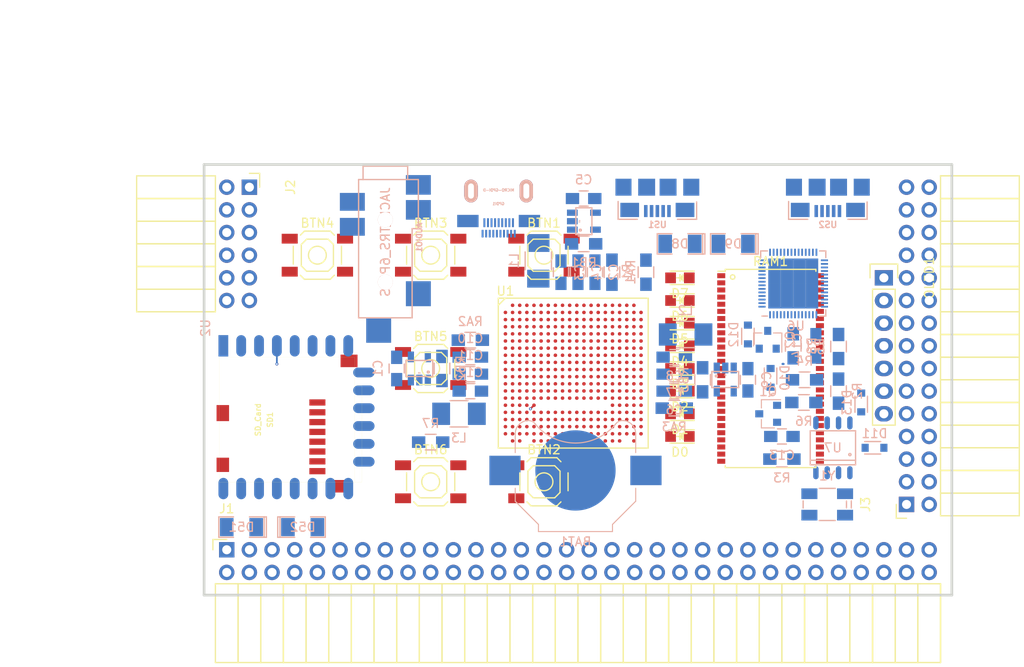
<source format=kicad_pcb>
(kicad_pcb (version 4) (host pcbnew 4.0.5+dfsg1-4)
  (layers (0 F.Cu signal) (1 In1.Cu signal) (2 In2.Cu signal) (31 B.Cu signal) (34 B.Paste user) (35 F.Paste user) (36 B.SilkS user) (37 F.SilkS user) (38 B.Mask user) (39 F.Mask user) (44 Edge.Cuts user))
  (net 0 "")
  (net 1 GND)
  (net 2 +5V)
  (net 3 /gpio/IN5V)
  (net 4 /gpio/OUT5V)
  (net 5 /gpio/P5)
  (net 6 /gpio/P6)
  (net 7 /gpio/P7)
  (net 8 /gpio/P8)
  (net 9 /gpio/P11)
  (net 10 /gpio/P12)
  (net 11 /gpio/P13)
  (net 12 /gpio/P14)
  (net 13 /gpio/P17)
  (net 14 /gpio/P18)
  (net 15 /gpio/P19)
  (net 16 /gpio/P20)
  (net 17 /gpio/P21)
  (net 18 /gpio/P22)
  (net 19 /gpio/P23)
  (net 20 /gpio/P24)
  (net 21 /gpio/P25)
  (net 22 /gpio/P26)
  (net 23 /gpio/P27)
  (net 24 /gpio/P28)
  (net 25 /gpio/P29)
  (net 26 /gpio/P30)
  (net 27 /gpio/P9)
  (net 28 /gpio/P10)
  (net 29 /gpio/P15)
  (net 30 /gpio/P16)
  (net 31 /gpio/P31)
  (net 32 /gpio/P32)
  (net 33 /gpio/P33)
  (net 34 /gpio/P34)
  (net 35 /gpio/P35)
  (net 36 /gpio/P36)
  (net 37 /gpio/P37)
  (net 38 /gpio/P38)
  (net 39 /gpio/P39)
  (net 40 /gpio/P40)
  (net 41 /gpio/P41)
  (net 42 /gpio/P42)
  (net 43 /gpio/P43)
  (net 44 /gpio/P44)
  (net 45 /gpio/P45)
  (net 46 /gpio/P46)
  (net 47 /gpio/P47)
  (net 48 /gpio/P48)
  (net 49 /gpio/P49)
  (net 50 /gpio/P50)
  (net 51 /gpio/P51)
  (net 52 /gpio/P52)
  (net 53 /gpio/P53)
  (net 54 /gpio/P54)
  (net 55 /gpio/P55)
  (net 56 /gpio/P56)
  (net 57 /gpio/P57)
  (net 58 /gpio/P58)
  (net 59 /gpio/P59)
  (net 60 /gpio/P60)
  (net 61 +3V3)
  (net 62 "Net-(L1-Pad1)")
  (net 63 "Net-(L2-Pad1)")
  (net 64 +1V2)
  (net 65 BTN_D)
  (net 66 BTN_F1)
  (net 67 BTN_F2)
  (net 68 BTN_L)
  (net 69 BTN_R)
  (net 70 BTN_U)
  (net 71 "Net-(BTN1-Pad1)")
  (net 72 /power/FB1)
  (net 73 +2V5)
  (net 74 "Net-(L3-Pad1)")
  (net 75 /power/PWREN)
  (net 76 /power/FB3)
  (net 77 /power/FB2)
  (net 78 /usb/USB5V)
  (net 79 "Net-(D9-Pad1)")
  (net 80 "Net-(U6-Pad57)")
  (net 81 /power/VBAT)
  (net 82 SD_3)
  (net 83 SD_MTMS)
  (net 84 SD_MTCK)
  (net 85 SD_MTDO)
  (net 86 SD_MTDI)
  (net 87 JTAG_TDI)
  (net 88 JTAG_TCK)
  (net 89 JTAG_TMS)
  (net 90 JTAG_TDO)
  (net 91 /power/WAKEUPn)
  (net 92 /power/WKUP)
  (net 93 /power/SHUT)
  (net 94 /power/WAKE)
  (net 95 /power/HOLD)
  (net 96 /power/WKn)
  (net 97 "Net-(Q2-Pad1)")
  (net 98 /power/OSCI_32k)
  (net 99 /power/OSCO_32k)
  (module Keystone_3000_1x12mm-CoinCell:Keystone_3000_1x12mm-CoinCell (layer B.Cu) (at 135.73 95.71)
    (fp_text reference BAT1 (at 0 8) (layer B.SilkS) (effects (justify mirror)))
    (fp_text value CR1225)
    (pad 1 smd rect (at -7.9 0) (size 3.5 3.3) (layers B.Cu B.Paste B.Mask) (net 81 /power/VBAT))
    (pad 1 smd rect (at 7.9 0) (size 3.5 3.3) (layers B.Cu B.Paste B.Mask) (net 81 /power/VBAT))
    (pad 2 smd circle (at 0 0) (size 9 9) (layers B.Cu B.Mask) (net 1 GND))
  )
  (module SMD_Packages:SMD-1206_Pol (layer B.Cu) (at 105.149 102.06)
    (fp_text reference D52 (at 0 0) (layer B.SilkS) (effects (justify mirror)))
    (fp_text value 2A)
    (pad 1 smd rect (at -1.651 0) (size 1.524 2.032) (layers B.Cu B.Paste B.Mask) (net 4 /gpio/OUT5V))
    (pad 2 smd rect (at 1.651 0) (size 1.524 2.032) (layers B.Cu B.Paste B.Mask))
  )
  (module SMD_Packages:SMD-1206_Pol (layer B.Cu) (at 98.291 102.06 180)
    (fp_text reference D51 (at 0 0 180) (layer B.SilkS) (effects (justify mirror)))
    (fp_text value 2A)
    (pad 1 smd rect (at -1.651 0 180) (size 1.524 2.032) (layers B.Cu B.Paste B.Mask) (net 2 +5V))
    (pad 2 smd rect (at 1.651 0 180) (size 1.524 2.032) (layers B.Cu B.Paste B.Mask) (net 3 /gpio/IN5V))
  )
  (module micro-sd:MicroSD_TF02D (layer F.Cu) (at 95.8 90.03 90)
    (fp_text reference SD1 (at 0 5.7 90) (layer F.SilkS) (effects (font (size 0.59944 0.59944) (thickness 0.12446))))
    (fp_text value SD_Card (at 0 4.35 90) (layer F.SilkS) (effects (font (size 0.59944 0.59944) (thickness 0.12446))))
    (pad 1 smd rect (at 1.94 11 90) (size 0.7 1.8) (layers F.Cu F.Paste F.Mask) (net 82 SD_3))
    (pad 2 smd rect (at 0.84 11 90) (size 0.7 1.8) (layers F.Cu F.Paste F.Mask) (net 83 SD_MTMS))
    (pad 3 smd rect (at -0.26 11 90) (size 0.7 1.8) (layers F.Cu F.Paste F.Mask) (net 1 GND))
    (pad 4 smd rect (at -1.36 11 90) (size 0.7 1.8) (layers F.Cu F.Paste F.Mask) (net 61 +3V3))
    (pad 5 smd rect (at -2.46 11 90) (size 0.7 1.8) (layers F.Cu F.Paste F.Mask) (net 84 SD_MTCK))
    (pad 6 smd rect (at -3.56 11 90) (size 0.7 1.8) (layers F.Cu F.Paste F.Mask) (net 1 GND))
    (pad 7 smd rect (at -4.66 11 90) (size 0.7 1.8) (layers F.Cu F.Paste F.Mask) (net 85 SD_MTDO))
    (pad 8 smd rect (at -5.76 11 90) (size 0.7 1.8) (layers F.Cu F.Paste F.Mask) (net 86 SD_MTDI))
    (pad S smd rect (at -5.05 0.4 90) (size 1.6 1.4) (layers F.Cu F.Paste F.Mask))
    (pad S smd rect (at 0.75 0.4 90) (size 1.8 1.4) (layers F.Cu F.Paste F.Mask))
    (pad G smd rect (at -7.45 13.55 90) (size 1.4 1.9) (layers F.Cu F.Paste F.Mask))
    (pad G smd rect (at 6.6 14.55 90) (size 1.4 1.9) (layers F.Cu F.Paste F.Mask))
  )
  (module micro-hdmi-d:MICRO-HDMI-D (layer B.Cu) (at 127.12 62.69)
    (fp_text reference GPDI1 (at -0.025 3.125) (layer B.SilkS) (effects (font (size 0.3 0.3) (thickness 0.075)) (justify mirror)))
    (fp_text value MICRO-GPDI-D (at 0 1.6) (layer B.SilkS) (effects (font (size 0.3 0.3) (thickness 0.075)) (justify mirror)))
    (pad 1 smd rect (at 1.8 6.475) (size 0.23 0.85) (layers B.Cu B.Paste B.Mask))
    (pad 3 smd rect (at 1.4 6.475) (size 0.23 0.85) (layers B.Cu B.Paste B.Mask))
    (pad 5 smd rect (at 1 6.475) (size 0.23 0.85) (layers B.Cu B.Paste B.Mask))
    (pad 7 smd rect (at 0.6 6.475) (size 0.23 0.85) (layers B.Cu B.Paste B.Mask) (net 1 GND))
    (pad 9 smd rect (at 0.2 6.475) (size 0.23 0.85) (layers B.Cu B.Paste B.Mask))
    (pad 11 smd rect (at -0.2 6.475) (size 0.23 0.85) (layers B.Cu B.Paste B.Mask))
    (pad 13 smd rect (at -0.6 6.475) (size 0.23 0.85) (layers B.Cu B.Paste B.Mask) (net 1 GND))
    (pad 15 smd rect (at -1 6.475) (size 0.23 0.85) (layers B.Cu B.Paste B.Mask))
    (pad 17 smd rect (at -1.4 6.475) (size 0.23 0.85) (layers B.Cu B.Paste B.Mask))
    (pad 19 smd rect (at -1.8 6.475) (size 0.23 0.85) (layers B.Cu B.Paste B.Mask) (net 2 +5V))
    (pad 2 smd rect (at 1.6 5.25) (size 0.23 1) (layers B.Cu B.Paste B.Mask))
    (pad 4 smd rect (at 1.2 5.25) (size 0.23 1) (layers B.Cu B.Paste B.Mask) (net 1 GND))
    (pad 6 smd rect (at 0.8 5.25) (size 0.23 1) (layers B.Cu B.Paste B.Mask))
    (pad 8 smd rect (at 0.4 5.25) (size 0.23 1) (layers B.Cu B.Paste B.Mask))
    (pad 10 smd rect (at 0 5.25) (size 0.23 1) (layers B.Cu B.Paste B.Mask) (net 1 GND))
    (pad 12 smd rect (at -0.4 5.25) (size 0.23 1) (layers B.Cu B.Paste B.Mask))
    (pad 14 smd rect (at -0.8 5.25) (size 0.23 1) (layers B.Cu B.Paste B.Mask))
    (pad 16 smd rect (at -1.2 5.25) (size 0.23 1) (layers B.Cu B.Paste B.Mask) (net 1 GND))
    (pad 18 smd rect (at -1.6 5.25) (size 0.23 1) (layers B.Cu B.Paste B.Mask))
    (pad SHD smd rect (at 3.45 5.06) (size 2.4 1.38) (layers B.Cu B.Paste B.Mask) (net 1 GND))
    (pad SHD smd rect (at -3.45 5.06) (size 2.4 1.38) (layers B.Cu B.Paste B.Mask) (net 1 GND))
    (pad "" thru_hole oval (at -3.1 1.7) (size 1.5 2.55) (drill oval 0.65 1.7) (layers *.Cu *.Mask B.SilkS))
    (pad "" thru_hole oval (at 3.1 1.7) (size 1.5 2.55) (drill oval 0.65 1.7) (layers *.Cu *.Mask B.SilkS))
  )
  (module Socket_Strips:Socket_Strip_Angled_2x32 (layer F.Cu) (at 96.64 104.6)
    (fp_text reference J1 (at 0 -4.6) (layer F.SilkS))
    (fp_text value CONN_02X32)
    (pad 1 thru_hole rect (at 0 0) (size 1.7272 1.7272) (drill 1.016) (layers *.Cu *.Mask) (net 3 /gpio/IN5V))
    (pad 2 thru_hole oval (at 0 2.54) (size 1.7272 1.7272) (drill 1.016) (layers *.Cu *.Mask) (net 4 /gpio/OUT5V))
    (pad 3 thru_hole oval (at 2.54 0) (size 1.7272 1.7272) (drill 1.016) (layers *.Cu *.Mask) (net 1 GND))
    (pad 4 thru_hole oval (at 2.54 2.54) (size 1.7272 1.7272) (drill 1.016) (layers *.Cu *.Mask) (net 1 GND))
    (pad 5 thru_hole oval (at 5.08 0) (size 1.7272 1.7272) (drill 1.016) (layers *.Cu *.Mask) (net 5 /gpio/P5))
    (pad 6 thru_hole oval (at 5.08 2.54) (size 1.7272 1.7272) (drill 1.016) (layers *.Cu *.Mask) (net 6 /gpio/P6))
    (pad 7 thru_hole oval (at 7.62 0) (size 1.7272 1.7272) (drill 1.016) (layers *.Cu *.Mask) (net 7 /gpio/P7))
    (pad 8 thru_hole oval (at 7.62 2.54) (size 1.7272 1.7272) (drill 1.016) (layers *.Cu *.Mask) (net 8 /gpio/P8))
    (pad 9 thru_hole oval (at 10.16 0) (size 1.7272 1.7272) (drill 1.016) (layers *.Cu *.Mask) (net 27 /gpio/P9))
    (pad 10 thru_hole oval (at 10.16 2.54) (size 1.7272 1.7272) (drill 1.016) (layers *.Cu *.Mask) (net 28 /gpio/P10))
    (pad 11 thru_hole oval (at 12.7 0) (size 1.7272 1.7272) (drill 1.016) (layers *.Cu *.Mask) (net 9 /gpio/P11))
    (pad 12 thru_hole oval (at 12.7 2.54) (size 1.7272 1.7272) (drill 1.016) (layers *.Cu *.Mask) (net 10 /gpio/P12))
    (pad 13 thru_hole oval (at 15.24 0) (size 1.7272 1.7272) (drill 1.016) (layers *.Cu *.Mask) (net 11 /gpio/P13))
    (pad 14 thru_hole oval (at 15.24 2.54) (size 1.7272 1.7272) (drill 1.016) (layers *.Cu *.Mask) (net 12 /gpio/P14))
    (pad 15 thru_hole oval (at 17.78 0) (size 1.7272 1.7272) (drill 1.016) (layers *.Cu *.Mask) (net 29 /gpio/P15))
    (pad 16 thru_hole oval (at 17.78 2.54) (size 1.7272 1.7272) (drill 1.016) (layers *.Cu *.Mask) (net 30 /gpio/P16))
    (pad 17 thru_hole oval (at 20.32 0) (size 1.7272 1.7272) (drill 1.016) (layers *.Cu *.Mask) (net 13 /gpio/P17))
    (pad 18 thru_hole oval (at 20.32 2.54) (size 1.7272 1.7272) (drill 1.016) (layers *.Cu *.Mask) (net 14 /gpio/P18))
    (pad 19 thru_hole oval (at 22.86 0) (size 1.7272 1.7272) (drill 1.016) (layers *.Cu *.Mask) (net 15 /gpio/P19))
    (pad 20 thru_hole oval (at 22.86 2.54) (size 1.7272 1.7272) (drill 1.016) (layers *.Cu *.Mask) (net 16 /gpio/P20))
    (pad 21 thru_hole oval (at 25.4 0) (size 1.7272 1.7272) (drill 1.016) (layers *.Cu *.Mask) (net 17 /gpio/P21))
    (pad 22 thru_hole oval (at 25.4 2.54) (size 1.7272 1.7272) (drill 1.016) (layers *.Cu *.Mask) (net 18 /gpio/P22))
    (pad 23 thru_hole oval (at 27.94 0) (size 1.7272 1.7272) (drill 1.016) (layers *.Cu *.Mask) (net 19 /gpio/P23))
    (pad 24 thru_hole oval (at 27.94 2.54) (size 1.7272 1.7272) (drill 1.016) (layers *.Cu *.Mask) (net 20 /gpio/P24))
    (pad 25 thru_hole oval (at 30.48 0) (size 1.7272 1.7272) (drill 1.016) (layers *.Cu *.Mask) (net 21 /gpio/P25))
    (pad 26 thru_hole oval (at 30.48 2.54) (size 1.7272 1.7272) (drill 1.016) (layers *.Cu *.Mask) (net 22 /gpio/P26))
    (pad 27 thru_hole oval (at 33.02 0) (size 1.7272 1.7272) (drill 1.016) (layers *.Cu *.Mask) (net 23 /gpio/P27))
    (pad 28 thru_hole oval (at 33.02 2.54) (size 1.7272 1.7272) (drill 1.016) (layers *.Cu *.Mask) (net 24 /gpio/P28))
    (pad 29 thru_hole oval (at 35.56 0) (size 1.7272 1.7272) (drill 1.016) (layers *.Cu *.Mask) (net 25 /gpio/P29))
    (pad 30 thru_hole oval (at 35.56 2.54) (size 1.7272 1.7272) (drill 1.016) (layers *.Cu *.Mask) (net 26 /gpio/P30))
    (pad 31 thru_hole oval (at 38.1 0) (size 1.7272 1.7272) (drill 1.016) (layers *.Cu *.Mask) (net 31 /gpio/P31))
    (pad 32 thru_hole oval (at 38.1 2.54) (size 1.7272 1.7272) (drill 1.016) (layers *.Cu *.Mask) (net 32 /gpio/P32))
    (pad 33 thru_hole oval (at 40.64 0) (size 1.7272 1.7272) (drill 1.016) (layers *.Cu *.Mask) (net 33 /gpio/P33))
    (pad 34 thru_hole oval (at 40.64 2.54) (size 1.7272 1.7272) (drill 1.016) (layers *.Cu *.Mask) (net 34 /gpio/P34))
    (pad 35 thru_hole oval (at 43.18 0) (size 1.7272 1.7272) (drill 1.016) (layers *.Cu *.Mask) (net 35 /gpio/P35))
    (pad 36 thru_hole oval (at 43.18 2.54) (size 1.7272 1.7272) (drill 1.016) (layers *.Cu *.Mask) (net 36 /gpio/P36))
    (pad 37 thru_hole oval (at 45.72 0) (size 1.7272 1.7272) (drill 1.016) (layers *.Cu *.Mask) (net 37 /gpio/P37))
    (pad 38 thru_hole oval (at 45.72 2.54) (size 1.7272 1.7272) (drill 1.016) (layers *.Cu *.Mask) (net 38 /gpio/P38))
    (pad 39 thru_hole oval (at 48.26 0) (size 1.7272 1.7272) (drill 1.016) (layers *.Cu *.Mask) (net 39 /gpio/P39))
    (pad 40 thru_hole oval (at 48.26 2.54) (size 1.7272 1.7272) (drill 1.016) (layers *.Cu *.Mask) (net 40 /gpio/P40))
    (pad 41 thru_hole oval (at 50.8 0) (size 1.7272 1.7272) (drill 1.016) (layers *.Cu *.Mask) (net 41 /gpio/P41))
    (pad 42 thru_hole oval (at 50.8 2.54) (size 1.7272 1.7272) (drill 1.016) (layers *.Cu *.Mask) (net 42 /gpio/P42))
    (pad 43 thru_hole oval (at 53.34 0) (size 1.7272 1.7272) (drill 1.016) (layers *.Cu *.Mask) (net 43 /gpio/P43))
    (pad 44 thru_hole oval (at 53.34 2.54) (size 1.7272 1.7272) (drill 1.016) (layers *.Cu *.Mask) (net 44 /gpio/P44))
    (pad 45 thru_hole oval (at 55.88 0) (size 1.7272 1.7272) (drill 1.016) (layers *.Cu *.Mask) (net 45 /gpio/P45))
    (pad 46 thru_hole oval (at 55.88 2.54) (size 1.7272 1.7272) (drill 1.016) (layers *.Cu *.Mask) (net 46 /gpio/P46))
    (pad 47 thru_hole oval (at 58.42 0) (size 1.7272 1.7272) (drill 1.016) (layers *.Cu *.Mask) (net 47 /gpio/P47))
    (pad 48 thru_hole oval (at 58.42 2.54) (size 1.7272 1.7272) (drill 1.016) (layers *.Cu *.Mask) (net 48 /gpio/P48))
    (pad 49 thru_hole oval (at 60.96 0) (size 1.7272 1.7272) (drill 1.016) (layers *.Cu *.Mask) (net 49 /gpio/P49))
    (pad 50 thru_hole oval (at 60.96 2.54) (size 1.7272 1.7272) (drill 1.016) (layers *.Cu *.Mask) (net 50 /gpio/P50))
    (pad 51 thru_hole oval (at 63.5 0) (size 1.7272 1.7272) (drill 1.016) (layers *.Cu *.Mask) (net 51 /gpio/P51))
    (pad 52 thru_hole oval (at 63.5 2.54) (size 1.7272 1.7272) (drill 1.016) (layers *.Cu *.Mask) (net 52 /gpio/P52))
    (pad 53 thru_hole oval (at 66.04 0) (size 1.7272 1.7272) (drill 1.016) (layers *.Cu *.Mask) (net 53 /gpio/P53))
    (pad 54 thru_hole oval (at 66.04 2.54) (size 1.7272 1.7272) (drill 1.016) (layers *.Cu *.Mask) (net 54 /gpio/P54))
    (pad 55 thru_hole oval (at 68.58 0) (size 1.7272 1.7272) (drill 1.016) (layers *.Cu *.Mask) (net 55 /gpio/P55))
    (pad 56 thru_hole oval (at 68.58 2.54) (size 1.7272 1.7272) (drill 1.016) (layers *.Cu *.Mask) (net 56 /gpio/P56))
    (pad 57 thru_hole oval (at 71.12 0) (size 1.7272 1.7272) (drill 1.016) (layers *.Cu *.Mask) (net 57 /gpio/P57))
    (pad 58 thru_hole oval (at 71.12 2.54) (size 1.7272 1.7272) (drill 1.016) (layers *.Cu *.Mask) (net 58 /gpio/P58))
    (pad 59 thru_hole oval (at 73.66 0) (size 1.7272 1.7272) (drill 1.016) (layers *.Cu *.Mask) (net 59 /gpio/P59))
    (pad 60 thru_hole oval (at 73.66 2.54) (size 1.7272 1.7272) (drill 1.016) (layers *.Cu *.Mask) (net 60 /gpio/P60))
    (pad 61 thru_hole oval (at 76.2 0) (size 1.7272 1.7272) (drill 1.016) (layers *.Cu *.Mask) (net 1 GND))
    (pad 62 thru_hole oval (at 76.2 2.54) (size 1.7272 1.7272) (drill 1.016) (layers *.Cu *.Mask) (net 1 GND))
    (pad 63 thru_hole oval (at 78.74 0) (size 1.7272 1.7272) (drill 1.016) (layers *.Cu *.Mask) (net 61 +3V3))
    (pad 64 thru_hole oval (at 78.74 2.54) (size 1.7272 1.7272) (drill 1.016) (layers *.Cu *.Mask) (net 61 +3V3))
  )
  (module Socket_Strips:Socket_Strip_Angled_2x15 (layer F.Cu) (at 172.84 99.52 90)
    (fp_text reference J3 (at 0 -4.6 90) (layer F.SilkS))
    (fp_text value CONN_02X15)
    (pad 1 thru_hole rect (at 0 0 90) (size 1.7272 1.7272) (drill 1.016) (layers *.Cu *.Mask) (net 61 +3V3))
    (pad 2 thru_hole oval (at 0 2.54 90) (size 1.7272 1.7272) (drill 1.016) (layers *.Cu *.Mask) (net 61 +3V3))
    (pad 3 thru_hole oval (at 2.54 0 90) (size 1.7272 1.7272) (drill 1.016) (layers *.Cu *.Mask) (net 1 GND))
    (pad 4 thru_hole oval (at 2.54 2.54 90) (size 1.7272 1.7272) (drill 1.016) (layers *.Cu *.Mask) (net 1 GND))
    (pad 5 thru_hole oval (at 5.08 0 90) (size 1.7272 1.7272) (drill 1.016) (layers *.Cu *.Mask))
    (pad 6 thru_hole oval (at 5.08 2.54 90) (size 1.7272 1.7272) (drill 1.016) (layers *.Cu *.Mask))
    (pad 7 thru_hole oval (at 7.62 0 90) (size 1.7272 1.7272) (drill 1.016) (layers *.Cu *.Mask))
    (pad 8 thru_hole oval (at 7.62 2.54 90) (size 1.7272 1.7272) (drill 1.016) (layers *.Cu *.Mask))
    (pad 9 thru_hole oval (at 10.16 0 90) (size 1.7272 1.7272) (drill 1.016) (layers *.Cu *.Mask))
    (pad 10 thru_hole oval (at 10.16 2.54 90) (size 1.7272 1.7272) (drill 1.016) (layers *.Cu *.Mask))
    (pad 11 thru_hole oval (at 12.7 0 90) (size 1.7272 1.7272) (drill 1.016) (layers *.Cu *.Mask))
    (pad 12 thru_hole oval (at 12.7 2.54 90) (size 1.7272 1.7272) (drill 1.016) (layers *.Cu *.Mask))
    (pad 13 thru_hole oval (at 15.24 0 90) (size 1.7272 1.7272) (drill 1.016) (layers *.Cu *.Mask))
    (pad 14 thru_hole oval (at 15.24 2.54 90) (size 1.7272 1.7272) (drill 1.016) (layers *.Cu *.Mask))
    (pad 15 thru_hole oval (at 17.78 0 90) (size 1.7272 1.7272) (drill 1.016) (layers *.Cu *.Mask))
    (pad 16 thru_hole oval (at 17.78 2.54 90) (size 1.7272 1.7272) (drill 1.016) (layers *.Cu *.Mask))
    (pad 17 thru_hole oval (at 20.32 0 90) (size 1.7272 1.7272) (drill 1.016) (layers *.Cu *.Mask))
    (pad 18 thru_hole oval (at 20.32 2.54 90) (size 1.7272 1.7272) (drill 1.016) (layers *.Cu *.Mask))
    (pad 19 thru_hole oval (at 22.86 0 90) (size 1.7272 1.7272) (drill 1.016) (layers *.Cu *.Mask) (net 61 +3V3))
    (pad 20 thru_hole oval (at 22.86 2.54 90) (size 1.7272 1.7272) (drill 1.016) (layers *.Cu *.Mask) (net 61 +3V3))
    (pad 21 thru_hole oval (at 25.4 0 90) (size 1.7272 1.7272) (drill 1.016) (layers *.Cu *.Mask) (net 1 GND))
    (pad 22 thru_hole oval (at 25.4 2.54 90) (size 1.7272 1.7272) (drill 1.016) (layers *.Cu *.Mask) (net 1 GND))
    (pad 23 thru_hole oval (at 27.94 0 90) (size 1.7272 1.7272) (drill 1.016) (layers *.Cu *.Mask))
    (pad 24 thru_hole oval (at 27.94 2.54 90) (size 1.7272 1.7272) (drill 1.016) (layers *.Cu *.Mask))
    (pad 25 thru_hole oval (at 30.48 0 90) (size 1.7272 1.7272) (drill 1.016) (layers *.Cu *.Mask))
    (pad 26 thru_hole oval (at 30.48 2.54 90) (size 1.7272 1.7272) (drill 1.016) (layers *.Cu *.Mask))
    (pad 27 thru_hole oval (at 33.02 0 90) (size 1.7272 1.7272) (drill 1.016) (layers *.Cu *.Mask))
    (pad 28 thru_hole oval (at 33.02 2.54 90) (size 1.7272 1.7272) (drill 1.016) (layers *.Cu *.Mask))
    (pad 29 thru_hole oval (at 35.56 0 90) (size 1.7272 1.7272) (drill 1.016) (layers *.Cu *.Mask))
    (pad 30 thru_hole oval (at 35.56 2.54 90) (size 1.7272 1.7272) (drill 1.016) (layers *.Cu *.Mask))
  )
  (module Socket_Strips:Socket_Strip_Angled_2x06 (layer F.Cu) (at 99.18 63.96 270)
    (fp_text reference J2 (at 0 -4.6 270) (layer F.SilkS))
    (fp_text value CONN_02X06)
    (pad 1 thru_hole rect (at 0 0 270) (size 1.7272 1.7272) (drill 1.016) (layers *.Cu *.Mask) (net 61 +3V3))
    (pad 2 thru_hole oval (at 0 2.54 270) (size 1.7272 1.7272) (drill 1.016) (layers *.Cu *.Mask) (net 61 +3V3))
    (pad 3 thru_hole oval (at 2.54 0 270) (size 1.7272 1.7272) (drill 1.016) (layers *.Cu *.Mask) (net 1 GND))
    (pad 4 thru_hole oval (at 2.54 2.54 270) (size 1.7272 1.7272) (drill 1.016) (layers *.Cu *.Mask) (net 1 GND))
    (pad 5 thru_hole oval (at 5.08 0 270) (size 1.7272 1.7272) (drill 1.016) (layers *.Cu *.Mask))
    (pad 6 thru_hole oval (at 5.08 2.54 270) (size 1.7272 1.7272) (drill 1.016) (layers *.Cu *.Mask))
    (pad 7 thru_hole oval (at 7.62 0 270) (size 1.7272 1.7272) (drill 1.016) (layers *.Cu *.Mask))
    (pad 8 thru_hole oval (at 7.62 2.54 270) (size 1.7272 1.7272) (drill 1.016) (layers *.Cu *.Mask))
    (pad 9 thru_hole oval (at 10.16 0 270) (size 1.7272 1.7272) (drill 1.016) (layers *.Cu *.Mask))
    (pad 10 thru_hole oval (at 10.16 2.54 270) (size 1.7272 1.7272) (drill 1.016) (layers *.Cu *.Mask))
    (pad 11 thru_hole oval (at 12.7 0 270) (size 1.7272 1.7272) (drill 1.016) (layers *.Cu *.Mask))
    (pad 12 thru_hole oval (at 12.7 2.54 270) (size 1.7272 1.7272) (drill 1.016) (layers *.Cu *.Mask))
  )
  (module lfe5bg381:BGA-381_pitch0.8mm_dia0.4mm (layer F.Cu) (at 135.48 84.8)
    (fp_text reference U1 (at -7.6 -9.2) (layer F.SilkS))
    (fp_text value LFE5U-25F-6BG381C)
    (pad A2 smd circle (at -6.8 -7.6) (size 0.4 0.4) (layers F.Cu F.Paste F.Mask))
    (pad A3 smd circle (at -6 -7.6) (size 0.4 0.4) (layers F.Cu F.Paste F.Mask))
    (pad A4 smd circle (at -5.2 -7.6) (size 0.4 0.4) (layers F.Cu F.Paste F.Mask))
    (pad A5 smd circle (at -4.4 -7.6) (size 0.4 0.4) (layers F.Cu F.Paste F.Mask))
    (pad A6 smd circle (at -3.6 -7.6) (size 0.4 0.4) (layers F.Cu F.Paste F.Mask) (net 24 /gpio/P28))
    (pad A7 smd circle (at -2.8 -7.6) (size 0.4 0.4) (layers F.Cu F.Paste F.Mask) (net 30 /gpio/P16))
    (pad A8 smd circle (at -2 -7.6) (size 0.4 0.4) (layers F.Cu F.Paste F.Mask) (net 29 /gpio/P15))
    (pad A9 smd circle (at -1.2 -7.6) (size 0.4 0.4) (layers F.Cu F.Paste F.Mask) (net 28 /gpio/P10))
    (pad A10 smd circle (at -0.4 -7.6) (size 0.4 0.4) (layers F.Cu F.Paste F.Mask) (net 7 /gpio/P7))
    (pad A11 smd circle (at 0.4 -7.6) (size 0.4 0.4) (layers F.Cu F.Paste F.Mask) (net 8 /gpio/P8))
    (pad A12 smd circle (at 1.2 -7.6) (size 0.4 0.4) (layers F.Cu F.Paste F.Mask) (net 54 /gpio/P54))
    (pad A13 smd circle (at 2 -7.6) (size 0.4 0.4) (layers F.Cu F.Paste F.Mask) (net 53 /gpio/P53))
    (pad A14 smd circle (at 2.8 -7.6) (size 0.4 0.4) (layers F.Cu F.Paste F.Mask) (net 48 /gpio/P48))
    (pad A15 smd circle (at 3.6 -7.6) (size 0.4 0.4) (layers F.Cu F.Paste F.Mask))
    (pad A16 smd circle (at 4.4 -7.6) (size 0.4 0.4) (layers F.Cu F.Paste F.Mask) (net 40 /gpio/P40))
    (pad A17 smd circle (at 5.2 -7.6) (size 0.4 0.4) (layers F.Cu F.Paste F.Mask) (net 34 /gpio/P34))
    (pad A18 smd circle (at 6 -7.6) (size 0.4 0.4) (layers F.Cu F.Paste F.Mask) (net 32 /gpio/P32))
    (pad A19 smd circle (at 6.8 -7.6) (size 0.4 0.4) (layers F.Cu F.Paste F.Mask) (net 26 /gpio/P30))
    (pad B1 smd circle (at -7.6 -6.8) (size 0.4 0.4) (layers F.Cu F.Paste F.Mask))
    (pad B2 smd circle (at -6.8 -6.8) (size 0.4 0.4) (layers F.Cu F.Paste F.Mask))
    (pad B3 smd circle (at -6 -6.8) (size 0.4 0.4) (layers F.Cu F.Paste F.Mask))
    (pad B4 smd circle (at -5.2 -6.8) (size 0.4 0.4) (layers F.Cu F.Paste F.Mask))
    (pad B5 smd circle (at -4.4 -6.8) (size 0.4 0.4) (layers F.Cu F.Paste F.Mask))
    (pad B6 smd circle (at -3.6 -6.8) (size 0.4 0.4) (layers F.Cu F.Paste F.Mask) (net 23 /gpio/P27))
    (pad B7 smd circle (at -2.8 -6.8) (size 0.4 0.4) (layers F.Cu F.Paste F.Mask) (net 1 GND))
    (pad B8 smd circle (at -2 -6.8) (size 0.4 0.4) (layers F.Cu F.Paste F.Mask) (net 13 /gpio/P17))
    (pad B9 smd circle (at -1.2 -6.8) (size 0.4 0.4) (layers F.Cu F.Paste F.Mask) (net 10 /gpio/P12))
    (pad B10 smd circle (at -0.4 -6.8) (size 0.4 0.4) (layers F.Cu F.Paste F.Mask) (net 27 /gpio/P9))
    (pad B11 smd circle (at 0.4 -6.8) (size 0.4 0.4) (layers F.Cu F.Paste F.Mask) (net 5 /gpio/P5))
    (pad B12 smd circle (at 1.2 -6.8) (size 0.4 0.4) (layers F.Cu F.Paste F.Mask) (net 58 /gpio/P58))
    (pad B13 smd circle (at 2 -6.8) (size 0.4 0.4) (layers F.Cu F.Paste F.Mask) (net 52 /gpio/P52))
    (pad B14 smd circle (at 2.8 -6.8) (size 0.4 0.4) (layers F.Cu F.Paste F.Mask) (net 1 GND))
    (pad B15 smd circle (at 3.6 -6.8) (size 0.4 0.4) (layers F.Cu F.Paste F.Mask) (net 44 /gpio/P44))
    (pad B16 smd circle (at 4.4 -6.8) (size 0.4 0.4) (layers F.Cu F.Paste F.Mask) (net 39 /gpio/P39))
    (pad B17 smd circle (at 5.2 -6.8) (size 0.4 0.4) (layers F.Cu F.Paste F.Mask) (net 36 /gpio/P36))
    (pad B18 smd circle (at 6 -6.8) (size 0.4 0.4) (layers F.Cu F.Paste F.Mask) (net 33 /gpio/P33))
    (pad B19 smd circle (at 6.8 -6.8) (size 0.4 0.4) (layers F.Cu F.Paste F.Mask) (net 31 /gpio/P31))
    (pad B20 smd circle (at 7.6 -6.8) (size 0.4 0.4) (layers F.Cu F.Paste F.Mask) (net 25 /gpio/P29))
    (pad C1 smd circle (at -7.6 -6) (size 0.4 0.4) (layers F.Cu F.Paste F.Mask))
    (pad C2 smd circle (at -6.8 -6) (size 0.4 0.4) (layers F.Cu F.Paste F.Mask))
    (pad C3 smd circle (at -6 -6) (size 0.4 0.4) (layers F.Cu F.Paste F.Mask))
    (pad C4 smd circle (at -5.2 -6) (size 0.4 0.4) (layers F.Cu F.Paste F.Mask))
    (pad C5 smd circle (at -4.4 -6) (size 0.4 0.4) (layers F.Cu F.Paste F.Mask))
    (pad C6 smd circle (at -3.6 -6) (size 0.4 0.4) (layers F.Cu F.Paste F.Mask) (net 18 /gpio/P22))
    (pad C7 smd circle (at -2.8 -6) (size 0.4 0.4) (layers F.Cu F.Paste F.Mask) (net 17 /gpio/P21))
    (pad C8 smd circle (at -2 -6) (size 0.4 0.4) (layers F.Cu F.Paste F.Mask) (net 14 /gpio/P18))
    (pad C9 smd circle (at -1.2 -6) (size 0.4 0.4) (layers F.Cu F.Paste F.Mask))
    (pad C10 smd circle (at -0.4 -6) (size 0.4 0.4) (layers F.Cu F.Paste F.Mask) (net 9 /gpio/P11))
    (pad C11 smd circle (at 0.4 -6) (size 0.4 0.4) (layers F.Cu F.Paste F.Mask) (net 6 /gpio/P6))
    (pad C12 smd circle (at 1.2 -6) (size 0.4 0.4) (layers F.Cu F.Paste F.Mask) (net 57 /gpio/P57))
    (pad C13 smd circle (at 2 -6) (size 0.4 0.4) (layers F.Cu F.Paste F.Mask) (net 51 /gpio/P51))
    (pad C14 smd circle (at 2.8 -6) (size 0.4 0.4) (layers F.Cu F.Paste F.Mask) (net 47 /gpio/P47))
    (pad C15 smd circle (at 3.6 -6) (size 0.4 0.4) (layers F.Cu F.Paste F.Mask) (net 43 /gpio/P43))
    (pad C16 smd circle (at 4.4 -6) (size 0.4 0.4) (layers F.Cu F.Paste F.Mask) (net 38 /gpio/P38))
    (pad C17 smd circle (at 5.2 -6) (size 0.4 0.4) (layers F.Cu F.Paste F.Mask) (net 35 /gpio/P35))
    (pad C18 smd circle (at 6 -6) (size 0.4 0.4) (layers F.Cu F.Paste F.Mask))
    (pad C19 smd circle (at 6.8 -6) (size 0.4 0.4) (layers F.Cu F.Paste F.Mask) (net 1 GND))
    (pad C20 smd circle (at 7.6 -6) (size 0.4 0.4) (layers F.Cu F.Paste F.Mask))
    (pad D1 smd circle (at -7.6 -5.2) (size 0.4 0.4) (layers F.Cu F.Paste F.Mask))
    (pad D2 smd circle (at -6.8 -5.2) (size 0.4 0.4) (layers F.Cu F.Paste F.Mask))
    (pad D3 smd circle (at -6 -5.2) (size 0.4 0.4) (layers F.Cu F.Paste F.Mask))
    (pad D4 smd circle (at -5.2 -5.2) (size 0.4 0.4) (layers F.Cu F.Paste F.Mask) (net 1 GND))
    (pad D5 smd circle (at -4.4 -5.2) (size 0.4 0.4) (layers F.Cu F.Paste F.Mask))
    (pad D6 smd circle (at -3.6 -5.2) (size 0.4 0.4) (layers F.Cu F.Paste F.Mask) (net 21 /gpio/P25))
    (pad D7 smd circle (at -2.8 -5.2) (size 0.4 0.4) (layers F.Cu F.Paste F.Mask) (net 19 /gpio/P23))
    (pad D8 smd circle (at -2 -5.2) (size 0.4 0.4) (layers F.Cu F.Paste F.Mask) (net 15 /gpio/P19))
    (pad D9 smd circle (at -1.2 -5.2) (size 0.4 0.4) (layers F.Cu F.Paste F.Mask) (net 12 /gpio/P14))
    (pad D10 smd circle (at -0.4 -5.2) (size 0.4 0.4) (layers F.Cu F.Paste F.Mask))
    (pad D11 smd circle (at 0.4 -5.2) (size 0.4 0.4) (layers F.Cu F.Paste F.Mask) (net 60 /gpio/P60))
    (pad D12 smd circle (at 1.2 -5.2) (size 0.4 0.4) (layers F.Cu F.Paste F.Mask) (net 56 /gpio/P56))
    (pad D13 smd circle (at 2 -5.2) (size 0.4 0.4) (layers F.Cu F.Paste F.Mask) (net 50 /gpio/P50))
    (pad D14 smd circle (at 2.8 -5.2) (size 0.4 0.4) (layers F.Cu F.Paste F.Mask) (net 46 /gpio/P46))
    (pad D15 smd circle (at 3.6 -5.2) (size 0.4 0.4) (layers F.Cu F.Paste F.Mask) (net 42 /gpio/P42))
    (pad D16 smd circle (at 4.4 -5.2) (size 0.4 0.4) (layers F.Cu F.Paste F.Mask) (net 37 /gpio/P37))
    (pad D17 smd circle (at 5.2 -5.2) (size 0.4 0.4) (layers F.Cu F.Paste F.Mask))
    (pad D18 smd circle (at 6 -5.2) (size 0.4 0.4) (layers F.Cu F.Paste F.Mask))
    (pad D19 smd circle (at 6.8 -5.2) (size 0.4 0.4) (layers F.Cu F.Paste F.Mask))
    (pad D20 smd circle (at 7.6 -5.2) (size 0.4 0.4) (layers F.Cu F.Paste F.Mask))
    (pad E1 smd circle (at -7.6 -4.4) (size 0.4 0.4) (layers F.Cu F.Paste F.Mask))
    (pad E2 smd circle (at -6.8 -4.4) (size 0.4 0.4) (layers F.Cu F.Paste F.Mask))
    (pad E3 smd circle (at -6 -4.4) (size 0.4 0.4) (layers F.Cu F.Paste F.Mask))
    (pad E4 smd circle (at -5.2 -4.4) (size 0.4 0.4) (layers F.Cu F.Paste F.Mask))
    (pad E5 smd circle (at -4.4 -4.4) (size 0.4 0.4) (layers F.Cu F.Paste F.Mask))
    (pad E6 smd circle (at -3.6 -4.4) (size 0.4 0.4) (layers F.Cu F.Paste F.Mask) (net 22 /gpio/P26))
    (pad E7 smd circle (at -2.8 -4.4) (size 0.4 0.4) (layers F.Cu F.Paste F.Mask) (net 20 /gpio/P24))
    (pad E8 smd circle (at -2 -4.4) (size 0.4 0.4) (layers F.Cu F.Paste F.Mask) (net 16 /gpio/P20))
    (pad E9 smd circle (at -1.2 -4.4) (size 0.4 0.4) (layers F.Cu F.Paste F.Mask) (net 11 /gpio/P13))
    (pad E10 smd circle (at -0.4 -4.4) (size 0.4 0.4) (layers F.Cu F.Paste F.Mask))
    (pad E11 smd circle (at 0.4 -4.4) (size 0.4 0.4) (layers F.Cu F.Paste F.Mask) (net 59 /gpio/P59))
    (pad E12 smd circle (at 1.2 -4.4) (size 0.4 0.4) (layers F.Cu F.Paste F.Mask) (net 55 /gpio/P55))
    (pad E13 smd circle (at 2 -4.4) (size 0.4 0.4) (layers F.Cu F.Paste F.Mask) (net 49 /gpio/P49))
    (pad E14 smd circle (at 2.8 -4.4) (size 0.4 0.4) (layers F.Cu F.Paste F.Mask) (net 45 /gpio/P45))
    (pad E15 smd circle (at 3.6 -4.4) (size 0.4 0.4) (layers F.Cu F.Paste F.Mask) (net 41 /gpio/P41))
    (pad E16 smd circle (at 4.4 -4.4) (size 0.4 0.4) (layers F.Cu F.Paste F.Mask))
    (pad E17 smd circle (at 5.2 -4.4) (size 0.4 0.4) (layers F.Cu F.Paste F.Mask))
    (pad E18 smd circle (at 6 -4.4) (size 0.4 0.4) (layers F.Cu F.Paste F.Mask))
    (pad E19 smd circle (at 6.8 -4.4) (size 0.4 0.4) (layers F.Cu F.Paste F.Mask))
    (pad E20 smd circle (at 7.6 -4.4) (size 0.4 0.4) (layers F.Cu F.Paste F.Mask))
    (pad F1 smd circle (at -7.6 -3.6) (size 0.4 0.4) (layers F.Cu F.Paste F.Mask))
    (pad F2 smd circle (at -6.8 -3.6) (size 0.4 0.4) (layers F.Cu F.Paste F.Mask))
    (pad F3 smd circle (at -6 -3.6) (size 0.4 0.4) (layers F.Cu F.Paste F.Mask))
    (pad F4 smd circle (at -5.2 -3.6) (size 0.4 0.4) (layers F.Cu F.Paste F.Mask))
    (pad F5 smd circle (at -4.4 -3.6) (size 0.4 0.4) (layers F.Cu F.Paste F.Mask))
    (pad F6 smd circle (at -3.6 -3.6) (size 0.4 0.4) (layers F.Cu F.Paste F.Mask) (net 73 +2V5))
    (pad F7 smd circle (at -2.8 -3.6) (size 0.4 0.4) (layers F.Cu F.Paste F.Mask) (net 1 GND))
    (pad F8 smd circle (at -2 -3.6) (size 0.4 0.4) (layers F.Cu F.Paste F.Mask) (net 1 GND))
    (pad F9 smd circle (at -1.2 -3.6) (size 0.4 0.4) (layers F.Cu F.Paste F.Mask) (net 61 +3V3))
    (pad F10 smd circle (at -0.4 -3.6) (size 0.4 0.4) (layers F.Cu F.Paste F.Mask) (net 61 +3V3))
    (pad F11 smd circle (at 0.4 -3.6) (size 0.4 0.4) (layers F.Cu F.Paste F.Mask) (net 61 +3V3))
    (pad F12 smd circle (at 1.2 -3.6) (size 0.4 0.4) (layers F.Cu F.Paste F.Mask) (net 61 +3V3))
    (pad F13 smd circle (at 2 -3.6) (size 0.4 0.4) (layers F.Cu F.Paste F.Mask) (net 1 GND))
    (pad F14 smd circle (at 2.8 -3.6) (size 0.4 0.4) (layers F.Cu F.Paste F.Mask) (net 1 GND))
    (pad F15 smd circle (at 3.6 -3.6) (size 0.4 0.4) (layers F.Cu F.Paste F.Mask) (net 73 +2V5))
    (pad F16 smd circle (at 4.4 -3.6) (size 0.4 0.4) (layers F.Cu F.Paste F.Mask))
    (pad F17 smd circle (at 5.2 -3.6) (size 0.4 0.4) (layers F.Cu F.Paste F.Mask))
    (pad F18 smd circle (at 6 -3.6) (size 0.4 0.4) (layers F.Cu F.Paste F.Mask))
    (pad F19 smd circle (at 6.8 -3.6) (size 0.4 0.4) (layers F.Cu F.Paste F.Mask))
    (pad F20 smd circle (at 7.6 -3.6) (size 0.4 0.4) (layers F.Cu F.Paste F.Mask))
    (pad G1 smd circle (at -7.6 -2.8) (size 0.4 0.4) (layers F.Cu F.Paste F.Mask))
    (pad G2 smd circle (at -6.8 -2.8) (size 0.4 0.4) (layers F.Cu F.Paste F.Mask))
    (pad G3 smd circle (at -6 -2.8) (size 0.4 0.4) (layers F.Cu F.Paste F.Mask))
    (pad G4 smd circle (at -5.2 -2.8) (size 0.4 0.4) (layers F.Cu F.Paste F.Mask) (net 1 GND))
    (pad G5 smd circle (at -4.4 -2.8) (size 0.4 0.4) (layers F.Cu F.Paste F.Mask))
    (pad G6 smd circle (at -3.6 -2.8) (size 0.4 0.4) (layers F.Cu F.Paste F.Mask) (net 1 GND))
    (pad G7 smd circle (at -2.8 -2.8) (size 0.4 0.4) (layers F.Cu F.Paste F.Mask) (net 1 GND))
    (pad G8 smd circle (at -2 -2.8) (size 0.4 0.4) (layers F.Cu F.Paste F.Mask) (net 1 GND))
    (pad G9 smd circle (at -1.2 -2.8) (size 0.4 0.4) (layers F.Cu F.Paste F.Mask) (net 1 GND))
    (pad G10 smd circle (at -0.4 -2.8) (size 0.4 0.4) (layers F.Cu F.Paste F.Mask) (net 1 GND))
    (pad G11 smd circle (at 0.4 -2.8) (size 0.4 0.4) (layers F.Cu F.Paste F.Mask) (net 1 GND))
    (pad G12 smd circle (at 1.2 -2.8) (size 0.4 0.4) (layers F.Cu F.Paste F.Mask) (net 1 GND))
    (pad G13 smd circle (at 2 -2.8) (size 0.4 0.4) (layers F.Cu F.Paste F.Mask) (net 1 GND))
    (pad G14 smd circle (at 2.8 -2.8) (size 0.4 0.4) (layers F.Cu F.Paste F.Mask) (net 1 GND))
    (pad G15 smd circle (at 3.6 -2.8) (size 0.4 0.4) (layers F.Cu F.Paste F.Mask) (net 1 GND))
    (pad G16 smd circle (at 4.4 -2.8) (size 0.4 0.4) (layers F.Cu F.Paste F.Mask))
    (pad G17 smd circle (at 5.2 -2.8) (size 0.4 0.4) (layers F.Cu F.Paste F.Mask) (net 1 GND))
    (pad G18 smd circle (at 6 -2.8) (size 0.4 0.4) (layers F.Cu F.Paste F.Mask))
    (pad G19 smd circle (at 6.8 -2.8) (size 0.4 0.4) (layers F.Cu F.Paste F.Mask))
    (pad G20 smd circle (at 7.6 -2.8) (size 0.4 0.4) (layers F.Cu F.Paste F.Mask))
    (pad H1 smd circle (at -7.6 -2) (size 0.4 0.4) (layers F.Cu F.Paste F.Mask))
    (pad H2 smd circle (at -6.8 -2) (size 0.4 0.4) (layers F.Cu F.Paste F.Mask))
    (pad H3 smd circle (at -6 -2) (size 0.4 0.4) (layers F.Cu F.Paste F.Mask))
    (pad H4 smd circle (at -5.2 -2) (size 0.4 0.4) (layers F.Cu F.Paste F.Mask))
    (pad H5 smd circle (at -4.4 -2) (size 0.4 0.4) (layers F.Cu F.Paste F.Mask))
    (pad H6 smd circle (at -3.6 -2) (size 0.4 0.4) (layers F.Cu F.Paste F.Mask) (net 61 +3V3))
    (pad H7 smd circle (at -2.8 -2) (size 0.4 0.4) (layers F.Cu F.Paste F.Mask) (net 61 +3V3))
    (pad H8 smd circle (at -2 -2) (size 0.4 0.4) (layers F.Cu F.Paste F.Mask) (net 64 +1V2))
    (pad H9 smd circle (at -1.2 -2) (size 0.4 0.4) (layers F.Cu F.Paste F.Mask) (net 64 +1V2))
    (pad H10 smd circle (at -0.4 -2) (size 0.4 0.4) (layers F.Cu F.Paste F.Mask) (net 64 +1V2))
    (pad H11 smd circle (at 0.4 -2) (size 0.4 0.4) (layers F.Cu F.Paste F.Mask) (net 64 +1V2))
    (pad H12 smd circle (at 1.2 -2) (size 0.4 0.4) (layers F.Cu F.Paste F.Mask) (net 64 +1V2))
    (pad H13 smd circle (at 2 -2) (size 0.4 0.4) (layers F.Cu F.Paste F.Mask) (net 64 +1V2))
    (pad H14 smd circle (at 2.8 -2) (size 0.4 0.4) (layers F.Cu F.Paste F.Mask) (net 61 +3V3))
    (pad H15 smd circle (at 3.6 -2) (size 0.4 0.4) (layers F.Cu F.Paste F.Mask) (net 61 +3V3))
    (pad H16 smd circle (at 4.4 -2) (size 0.4 0.4) (layers F.Cu F.Paste F.Mask))
    (pad H17 smd circle (at 5.2 -2) (size 0.4 0.4) (layers F.Cu F.Paste F.Mask))
    (pad H18 smd circle (at 6 -2) (size 0.4 0.4) (layers F.Cu F.Paste F.Mask))
    (pad H19 smd circle (at 6.8 -2) (size 0.4 0.4) (layers F.Cu F.Paste F.Mask) (net 1 GND))
    (pad H20 smd circle (at 7.6 -2) (size 0.4 0.4) (layers F.Cu F.Paste F.Mask))
    (pad J1 smd circle (at -7.6 -1.2) (size 0.4 0.4) (layers F.Cu F.Paste F.Mask))
    (pad J2 smd circle (at -6.8 -1.2) (size 0.4 0.4) (layers F.Cu F.Paste F.Mask) (net 1 GND))
    (pad J3 smd circle (at -6 -1.2) (size 0.4 0.4) (layers F.Cu F.Paste F.Mask))
    (pad J4 smd circle (at -5.2 -1.2) (size 0.4 0.4) (layers F.Cu F.Paste F.Mask))
    (pad J5 smd circle (at -4.4 -1.2) (size 0.4 0.4) (layers F.Cu F.Paste F.Mask))
    (pad J6 smd circle (at -3.6 -1.2) (size 0.4 0.4) (layers F.Cu F.Paste F.Mask) (net 61 +3V3))
    (pad J7 smd circle (at -2.8 -1.2) (size 0.4 0.4) (layers F.Cu F.Paste F.Mask) (net 1 GND))
    (pad J8 smd circle (at -2 -1.2) (size 0.4 0.4) (layers F.Cu F.Paste F.Mask) (net 64 +1V2))
    (pad J9 smd circle (at -1.2 -1.2) (size 0.4 0.4) (layers F.Cu F.Paste F.Mask) (net 1 GND))
    (pad J10 smd circle (at -0.4 -1.2) (size 0.4 0.4) (layers F.Cu F.Paste F.Mask) (net 1 GND))
    (pad J11 smd circle (at 0.4 -1.2) (size 0.4 0.4) (layers F.Cu F.Paste F.Mask) (net 1 GND))
    (pad J12 smd circle (at 1.2 -1.2) (size 0.4 0.4) (layers F.Cu F.Paste F.Mask) (net 1 GND))
    (pad J13 smd circle (at 2 -1.2) (size 0.4 0.4) (layers F.Cu F.Paste F.Mask) (net 64 +1V2))
    (pad J14 smd circle (at 2.8 -1.2) (size 0.4 0.4) (layers F.Cu F.Paste F.Mask) (net 1 GND))
    (pad J15 smd circle (at 3.6 -1.2) (size 0.4 0.4) (layers F.Cu F.Paste F.Mask) (net 61 +3V3))
    (pad J16 smd circle (at 4.4 -1.2) (size 0.4 0.4) (layers F.Cu F.Paste F.Mask))
    (pad J17 smd circle (at 5.2 -1.2) (size 0.4 0.4) (layers F.Cu F.Paste F.Mask))
    (pad J18 smd circle (at 6 -1.2) (size 0.4 0.4) (layers F.Cu F.Paste F.Mask))
    (pad J19 smd circle (at 6.8 -1.2) (size 0.4 0.4) (layers F.Cu F.Paste F.Mask))
    (pad J20 smd circle (at 7.6 -1.2) (size 0.4 0.4) (layers F.Cu F.Paste F.Mask))
    (pad K1 smd circle (at -7.6 -0.4) (size 0.4 0.4) (layers F.Cu F.Paste F.Mask))
    (pad K2 smd circle (at -6.8 -0.4) (size 0.4 0.4) (layers F.Cu F.Paste F.Mask))
    (pad K3 smd circle (at -6 -0.4) (size 0.4 0.4) (layers F.Cu F.Paste F.Mask))
    (pad K4 smd circle (at -5.2 -0.4) (size 0.4 0.4) (layers F.Cu F.Paste F.Mask))
    (pad K5 smd circle (at -4.4 -0.4) (size 0.4 0.4) (layers F.Cu F.Paste F.Mask))
    (pad K6 smd circle (at -3.6 -0.4) (size 0.4 0.4) (layers F.Cu F.Paste F.Mask) (net 1 GND))
    (pad K7 smd circle (at -2.8 -0.4) (size 0.4 0.4) (layers F.Cu F.Paste F.Mask) (net 1 GND))
    (pad K8 smd circle (at -2 -0.4) (size 0.4 0.4) (layers F.Cu F.Paste F.Mask) (net 64 +1V2))
    (pad K9 smd circle (at -1.2 -0.4) (size 0.4 0.4) (layers F.Cu F.Paste F.Mask) (net 1 GND))
    (pad K10 smd circle (at -0.4 -0.4) (size 0.4 0.4) (layers F.Cu F.Paste F.Mask) (net 1 GND))
    (pad K11 smd circle (at 0.4 -0.4) (size 0.4 0.4) (layers F.Cu F.Paste F.Mask) (net 1 GND))
    (pad K12 smd circle (at 1.2 -0.4) (size 0.4 0.4) (layers F.Cu F.Paste F.Mask) (net 1 GND))
    (pad K13 smd circle (at 2 -0.4) (size 0.4 0.4) (layers F.Cu F.Paste F.Mask) (net 64 +1V2))
    (pad K14 smd circle (at 2.8 -0.4) (size 0.4 0.4) (layers F.Cu F.Paste F.Mask) (net 1 GND))
    (pad K15 smd circle (at 3.6 -0.4) (size 0.4 0.4) (layers F.Cu F.Paste F.Mask) (net 1 GND))
    (pad K16 smd circle (at 4.4 -0.4) (size 0.4 0.4) (layers F.Cu F.Paste F.Mask))
    (pad K17 smd circle (at 5.2 -0.4) (size 0.4 0.4) (layers F.Cu F.Paste F.Mask))
    (pad K18 smd circle (at 6 -0.4) (size 0.4 0.4) (layers F.Cu F.Paste F.Mask))
    (pad K19 smd circle (at 6.8 -0.4) (size 0.4 0.4) (layers F.Cu F.Paste F.Mask))
    (pad K20 smd circle (at 7.6 -0.4) (size 0.4 0.4) (layers F.Cu F.Paste F.Mask))
    (pad L1 smd circle (at -7.6 0.4) (size 0.4 0.4) (layers F.Cu F.Paste F.Mask))
    (pad L2 smd circle (at -6.8 0.4) (size 0.4 0.4) (layers F.Cu F.Paste F.Mask))
    (pad L3 smd circle (at -6 0.4) (size 0.4 0.4) (layers F.Cu F.Paste F.Mask))
    (pad L4 smd circle (at -5.2 0.4) (size 0.4 0.4) (layers F.Cu F.Paste F.Mask))
    (pad L5 smd circle (at -4.4 0.4) (size 0.4 0.4) (layers F.Cu F.Paste F.Mask))
    (pad L6 smd circle (at -3.6 0.4) (size 0.4 0.4) (layers F.Cu F.Paste F.Mask) (net 61 +3V3))
    (pad L7 smd circle (at -2.8 0.4) (size 0.4 0.4) (layers F.Cu F.Paste F.Mask) (net 61 +3V3))
    (pad L8 smd circle (at -2 0.4) (size 0.4 0.4) (layers F.Cu F.Paste F.Mask) (net 64 +1V2))
    (pad L9 smd circle (at -1.2 0.4) (size 0.4 0.4) (layers F.Cu F.Paste F.Mask) (net 1 GND))
    (pad L10 smd circle (at -0.4 0.4) (size 0.4 0.4) (layers F.Cu F.Paste F.Mask) (net 1 GND))
    (pad L11 smd circle (at 0.4 0.4) (size 0.4 0.4) (layers F.Cu F.Paste F.Mask) (net 1 GND))
    (pad L12 smd circle (at 1.2 0.4) (size 0.4 0.4) (layers F.Cu F.Paste F.Mask) (net 1 GND))
    (pad L13 smd circle (at 2 0.4) (size 0.4 0.4) (layers F.Cu F.Paste F.Mask) (net 64 +1V2))
    (pad L14 smd circle (at 2.8 0.4) (size 0.4 0.4) (layers F.Cu F.Paste F.Mask) (net 61 +3V3))
    (pad L15 smd circle (at 3.6 0.4) (size 0.4 0.4) (layers F.Cu F.Paste F.Mask) (net 61 +3V3))
    (pad L16 smd circle (at 4.4 0.4) (size 0.4 0.4) (layers F.Cu F.Paste F.Mask))
    (pad L17 smd circle (at 5.2 0.4) (size 0.4 0.4) (layers F.Cu F.Paste F.Mask))
    (pad L18 smd circle (at 6 0.4) (size 0.4 0.4) (layers F.Cu F.Paste F.Mask))
    (pad L19 smd circle (at 6.8 0.4) (size 0.4 0.4) (layers F.Cu F.Paste F.Mask))
    (pad L20 smd circle (at 7.6 0.4) (size 0.4 0.4) (layers F.Cu F.Paste F.Mask))
    (pad M1 smd circle (at -7.6 1.2) (size 0.4 0.4) (layers F.Cu F.Paste F.Mask))
    (pad M2 smd circle (at -6.8 1.2) (size 0.4 0.4) (layers F.Cu F.Paste F.Mask) (net 1 GND))
    (pad M3 smd circle (at -6 1.2) (size 0.4 0.4) (layers F.Cu F.Paste F.Mask))
    (pad M4 smd circle (at -5.2 1.2) (size 0.4 0.4) (layers F.Cu F.Paste F.Mask))
    (pad M5 smd circle (at -4.4 1.2) (size 0.4 0.4) (layers F.Cu F.Paste F.Mask))
    (pad M6 smd circle (at -3.6 1.2) (size 0.4 0.4) (layers F.Cu F.Paste F.Mask) (net 61 +3V3))
    (pad M7 smd circle (at -2.8 1.2) (size 0.4 0.4) (layers F.Cu F.Paste F.Mask) (net 1 GND))
    (pad M8 smd circle (at -2 1.2) (size 0.4 0.4) (layers F.Cu F.Paste F.Mask) (net 64 +1V2))
    (pad M9 smd circle (at -1.2 1.2) (size 0.4 0.4) (layers F.Cu F.Paste F.Mask) (net 1 GND))
    (pad M10 smd circle (at -0.4 1.2) (size 0.4 0.4) (layers F.Cu F.Paste F.Mask) (net 1 GND))
    (pad M11 smd circle (at 0.4 1.2) (size 0.4 0.4) (layers F.Cu F.Paste F.Mask) (net 1 GND))
    (pad M12 smd circle (at 1.2 1.2) (size 0.4 0.4) (layers F.Cu F.Paste F.Mask) (net 1 GND))
    (pad M13 smd circle (at 2 1.2) (size 0.4 0.4) (layers F.Cu F.Paste F.Mask) (net 64 +1V2))
    (pad M14 smd circle (at 2.8 1.2) (size 0.4 0.4) (layers F.Cu F.Paste F.Mask) (net 1 GND))
    (pad M15 smd circle (at 3.6 1.2) (size 0.4 0.4) (layers F.Cu F.Paste F.Mask) (net 61 +3V3))
    (pad M16 smd circle (at 4.4 1.2) (size 0.4 0.4) (layers F.Cu F.Paste F.Mask) (net 1 GND))
    (pad M17 smd circle (at 5.2 1.2) (size 0.4 0.4) (layers F.Cu F.Paste F.Mask))
    (pad M18 smd circle (at 6 1.2) (size 0.4 0.4) (layers F.Cu F.Paste F.Mask))
    (pad M19 smd circle (at 6.8 1.2) (size 0.4 0.4) (layers F.Cu F.Paste F.Mask))
    (pad M20 smd circle (at 7.6 1.2) (size 0.4 0.4) (layers F.Cu F.Paste F.Mask))
    (pad N1 smd circle (at -7.6 2) (size 0.4 0.4) (layers F.Cu F.Paste F.Mask))
    (pad N2 smd circle (at -6.8 2) (size 0.4 0.4) (layers F.Cu F.Paste F.Mask))
    (pad N3 smd circle (at -6 2) (size 0.4 0.4) (layers F.Cu F.Paste F.Mask))
    (pad N4 smd circle (at -5.2 2) (size 0.4 0.4) (layers F.Cu F.Paste F.Mask))
    (pad N5 smd circle (at -4.4 2) (size 0.4 0.4) (layers F.Cu F.Paste F.Mask))
    (pad N6 smd circle (at -3.6 2) (size 0.4 0.4) (layers F.Cu F.Paste F.Mask) (net 1 GND))
    (pad N7 smd circle (at -2.8 2) (size 0.4 0.4) (layers F.Cu F.Paste F.Mask) (net 1 GND))
    (pad N8 smd circle (at -2 2) (size 0.4 0.4) (layers F.Cu F.Paste F.Mask) (net 64 +1V2))
    (pad N9 smd circle (at -1.2 2) (size 0.4 0.4) (layers F.Cu F.Paste F.Mask) (net 64 +1V2))
    (pad N10 smd circle (at -0.4 2) (size 0.4 0.4) (layers F.Cu F.Paste F.Mask) (net 64 +1V2))
    (pad N11 smd circle (at 0.4 2) (size 0.4 0.4) (layers F.Cu F.Paste F.Mask) (net 64 +1V2))
    (pad N12 smd circle (at 1.2 2) (size 0.4 0.4) (layers F.Cu F.Paste F.Mask) (net 64 +1V2))
    (pad N13 smd circle (at 2 2) (size 0.4 0.4) (layers F.Cu F.Paste F.Mask) (net 64 +1V2))
    (pad N14 smd circle (at 2.8 2) (size 0.4 0.4) (layers F.Cu F.Paste F.Mask) (net 1 GND))
    (pad N15 smd circle (at 3.6 2) (size 0.4 0.4) (layers F.Cu F.Paste F.Mask) (net 1 GND))
    (pad N16 smd circle (at 4.4 2) (size 0.4 0.4) (layers F.Cu F.Paste F.Mask))
    (pad N17 smd circle (at 5.2 2) (size 0.4 0.4) (layers F.Cu F.Paste F.Mask))
    (pad N18 smd circle (at 6 2) (size 0.4 0.4) (layers F.Cu F.Paste F.Mask))
    (pad N19 smd circle (at 6.8 2) (size 0.4 0.4) (layers F.Cu F.Paste F.Mask))
    (pad N20 smd circle (at 7.6 2) (size 0.4 0.4) (layers F.Cu F.Paste F.Mask))
    (pad P1 smd circle (at -7.6 2.8) (size 0.4 0.4) (layers F.Cu F.Paste F.Mask))
    (pad P2 smd circle (at -6.8 2.8) (size 0.4 0.4) (layers F.Cu F.Paste F.Mask))
    (pad P3 smd circle (at -6 2.8) (size 0.4 0.4) (layers F.Cu F.Paste F.Mask))
    (pad P4 smd circle (at -5.2 2.8) (size 0.4 0.4) (layers F.Cu F.Paste F.Mask))
    (pad P5 smd circle (at -4.4 2.8) (size 0.4 0.4) (layers F.Cu F.Paste F.Mask))
    (pad P6 smd circle (at -3.6 2.8) (size 0.4 0.4) (layers F.Cu F.Paste F.Mask) (net 73 +2V5))
    (pad P7 smd circle (at -2.8 2.8) (size 0.4 0.4) (layers F.Cu F.Paste F.Mask) (net 1 GND))
    (pad P8 smd circle (at -2 2.8) (size 0.4 0.4) (layers F.Cu F.Paste F.Mask) (net 1 GND))
    (pad P9 smd circle (at -1.2 2.8) (size 0.4 0.4) (layers F.Cu F.Paste F.Mask) (net 61 +3V3))
    (pad P10 smd circle (at -0.4 2.8) (size 0.4 0.4) (layers F.Cu F.Paste F.Mask) (net 61 +3V3))
    (pad P11 smd circle (at 0.4 2.8) (size 0.4 0.4) (layers F.Cu F.Paste F.Mask) (net 1 GND))
    (pad P12 smd circle (at 1.2 2.8) (size 0.4 0.4) (layers F.Cu F.Paste F.Mask) (net 1 GND))
    (pad P13 smd circle (at 2 2.8) (size 0.4 0.4) (layers F.Cu F.Paste F.Mask) (net 1 GND))
    (pad P14 smd circle (at 2.8 2.8) (size 0.4 0.4) (layers F.Cu F.Paste F.Mask) (net 1 GND))
    (pad P15 smd circle (at 3.6 2.8) (size 0.4 0.4) (layers F.Cu F.Paste F.Mask) (net 73 +2V5))
    (pad P16 smd circle (at 4.4 2.8) (size 0.4 0.4) (layers F.Cu F.Paste F.Mask))
    (pad P17 smd circle (at 5.2 2.8) (size 0.4 0.4) (layers F.Cu F.Paste F.Mask))
    (pad P18 smd circle (at 6 2.8) (size 0.4 0.4) (layers F.Cu F.Paste F.Mask))
    (pad P19 smd circle (at 6.8 2.8) (size 0.4 0.4) (layers F.Cu F.Paste F.Mask))
    (pad P20 smd circle (at 7.6 2.8) (size 0.4 0.4) (layers F.Cu F.Paste F.Mask))
    (pad R1 smd circle (at -7.6 3.6) (size 0.4 0.4) (layers F.Cu F.Paste F.Mask))
    (pad R2 smd circle (at -6.8 3.6) (size 0.4 0.4) (layers F.Cu F.Paste F.Mask))
    (pad R3 smd circle (at -6 3.6) (size 0.4 0.4) (layers F.Cu F.Paste F.Mask))
    (pad R4 smd circle (at -5.2 3.6) (size 0.4 0.4) (layers F.Cu F.Paste F.Mask))
    (pad R5 smd circle (at -4.4 3.6) (size 0.4 0.4) (layers F.Cu F.Paste F.Mask) (net 87 JTAG_TDI))
    (pad R16 smd circle (at 4.4 3.6) (size 0.4 0.4) (layers F.Cu F.Paste F.Mask))
    (pad R17 smd circle (at 5.2 3.6) (size 0.4 0.4) (layers F.Cu F.Paste F.Mask))
    (pad R18 smd circle (at 6 3.6) (size 0.4 0.4) (layers F.Cu F.Paste F.Mask))
    (pad R19 smd circle (at 6.8 3.6) (size 0.4 0.4) (layers F.Cu F.Paste F.Mask) (net 1 GND))
    (pad R20 smd circle (at 7.6 3.6) (size 0.4 0.4) (layers F.Cu F.Paste F.Mask))
    (pad T1 smd circle (at -7.6 4.4) (size 0.4 0.4) (layers F.Cu F.Paste F.Mask))
    (pad T2 smd circle (at -6.8 4.4) (size 0.4 0.4) (layers F.Cu F.Paste F.Mask))
    (pad T3 smd circle (at -6 4.4) (size 0.4 0.4) (layers F.Cu F.Paste F.Mask))
    (pad T4 smd circle (at -5.2 4.4) (size 0.4 0.4) (layers F.Cu F.Paste F.Mask))
    (pad T5 smd circle (at -4.4 4.4) (size 0.4 0.4) (layers F.Cu F.Paste F.Mask) (net 88 JTAG_TCK))
    (pad T6 smd circle (at -3.6 4.4) (size 0.4 0.4) (layers F.Cu F.Paste F.Mask) (net 1 GND))
    (pad T7 smd circle (at -2.8 4.4) (size 0.4 0.4) (layers F.Cu F.Paste F.Mask) (net 1 GND))
    (pad T8 smd circle (at -2 4.4) (size 0.4 0.4) (layers F.Cu F.Paste F.Mask) (net 1 GND))
    (pad T9 smd circle (at -1.2 4.4) (size 0.4 0.4) (layers F.Cu F.Paste F.Mask) (net 1 GND))
    (pad T10 smd circle (at -0.4 4.4) (size 0.4 0.4) (layers F.Cu F.Paste F.Mask) (net 1 GND))
    (pad T11 smd circle (at 0.4 4.4) (size 0.4 0.4) (layers F.Cu F.Paste F.Mask))
    (pad T12 smd circle (at 1.2 4.4) (size 0.4 0.4) (layers F.Cu F.Paste F.Mask))
    (pad T13 smd circle (at 2 4.4) (size 0.4 0.4) (layers F.Cu F.Paste F.Mask))
    (pad T14 smd circle (at 2.8 4.4) (size 0.4 0.4) (layers F.Cu F.Paste F.Mask))
    (pad T15 smd circle (at 3.6 4.4) (size 0.4 0.4) (layers F.Cu F.Paste F.Mask))
    (pad T16 smd circle (at 4.4 4.4) (size 0.4 0.4) (layers F.Cu F.Paste F.Mask))
    (pad T17 smd circle (at 5.2 4.4) (size 0.4 0.4) (layers F.Cu F.Paste F.Mask))
    (pad T18 smd circle (at 6 4.4) (size 0.4 0.4) (layers F.Cu F.Paste F.Mask))
    (pad T19 smd circle (at 6.8 4.4) (size 0.4 0.4) (layers F.Cu F.Paste F.Mask))
    (pad T20 smd circle (at 7.6 4.4) (size 0.4 0.4) (layers F.Cu F.Paste F.Mask))
    (pad U1 smd circle (at -7.6 5.2) (size 0.4 0.4) (layers F.Cu F.Paste F.Mask))
    (pad U2 smd circle (at -6.8 5.2) (size 0.4 0.4) (layers F.Cu F.Paste F.Mask))
    (pad U3 smd circle (at -6 5.2) (size 0.4 0.4) (layers F.Cu F.Paste F.Mask))
    (pad U4 smd circle (at -5.2 5.2) (size 0.4 0.4) (layers F.Cu F.Paste F.Mask))
    (pad U5 smd circle (at -4.4 5.2) (size 0.4 0.4) (layers F.Cu F.Paste F.Mask) (net 89 JTAG_TMS))
    (pad U6 smd circle (at -3.6 5.2) (size 0.4 0.4) (layers F.Cu F.Paste F.Mask) (net 1 GND))
    (pad U7 smd circle (at -2.8 5.2) (size 0.4 0.4) (layers F.Cu F.Paste F.Mask) (net 1 GND))
    (pad U8 smd circle (at -2 5.2) (size 0.4 0.4) (layers F.Cu F.Paste F.Mask) (net 1 GND))
    (pad U9 smd circle (at -1.2 5.2) (size 0.4 0.4) (layers F.Cu F.Paste F.Mask) (net 1 GND))
    (pad U10 smd circle (at -0.4 5.2) (size 0.4 0.4) (layers F.Cu F.Paste F.Mask) (net 1 GND))
    (pad U11 smd circle (at 0.4 5.2) (size 0.4 0.4) (layers F.Cu F.Paste F.Mask) (net 1 GND))
    (pad U12 smd circle (at 1.2 5.2) (size 0.4 0.4) (layers F.Cu F.Paste F.Mask) (net 1 GND))
    (pad U13 smd circle (at 2 5.2) (size 0.4 0.4) (layers F.Cu F.Paste F.Mask) (net 1 GND))
    (pad U14 smd circle (at 2.8 5.2) (size 0.4 0.4) (layers F.Cu F.Paste F.Mask) (net 1 GND))
    (pad U15 smd circle (at 3.6 5.2) (size 0.4 0.4) (layers F.Cu F.Paste F.Mask))
    (pad U16 smd circle (at 4.4 5.2) (size 0.4 0.4) (layers F.Cu F.Paste F.Mask))
    (pad U17 smd circle (at 5.2 5.2) (size 0.4 0.4) (layers F.Cu F.Paste F.Mask))
    (pad U18 smd circle (at 6 5.2) (size 0.4 0.4) (layers F.Cu F.Paste F.Mask))
    (pad U19 smd circle (at 6.8 5.2) (size 0.4 0.4) (layers F.Cu F.Paste F.Mask))
    (pad U20 smd circle (at 7.6 5.2) (size 0.4 0.4) (layers F.Cu F.Paste F.Mask))
    (pad V1 smd circle (at -7.6 6) (size 0.4 0.4) (layers F.Cu F.Paste F.Mask))
    (pad V2 smd circle (at -6.8 6) (size 0.4 0.4) (layers F.Cu F.Paste F.Mask))
    (pad V3 smd circle (at -6 6) (size 0.4 0.4) (layers F.Cu F.Paste F.Mask))
    (pad V4 smd circle (at -5.2 6) (size 0.4 0.4) (layers F.Cu F.Paste F.Mask) (net 90 JTAG_TDO))
    (pad V5 smd circle (at -4.4 6) (size 0.4 0.4) (layers F.Cu F.Paste F.Mask) (net 1 GND))
    (pad V6 smd circle (at -3.6 6) (size 0.4 0.4) (layers F.Cu F.Paste F.Mask) (net 1 GND))
    (pad V7 smd circle (at -2.8 6) (size 0.4 0.4) (layers F.Cu F.Paste F.Mask) (net 1 GND))
    (pad V8 smd circle (at -2 6) (size 0.4 0.4) (layers F.Cu F.Paste F.Mask) (net 1 GND))
    (pad V9 smd circle (at -1.2 6) (size 0.4 0.4) (layers F.Cu F.Paste F.Mask) (net 1 GND))
    (pad V10 smd circle (at -0.4 6) (size 0.4 0.4) (layers F.Cu F.Paste F.Mask) (net 1 GND))
    (pad V11 smd circle (at 0.4 6) (size 0.4 0.4) (layers F.Cu F.Paste F.Mask) (net 1 GND))
    (pad V12 smd circle (at 1.2 6) (size 0.4 0.4) (layers F.Cu F.Paste F.Mask) (net 1 GND))
    (pad V13 smd circle (at 2 6) (size 0.4 0.4) (layers F.Cu F.Paste F.Mask) (net 1 GND))
    (pad V14 smd circle (at 2.8 6) (size 0.4 0.4) (layers F.Cu F.Paste F.Mask) (net 1 GND))
    (pad V15 smd circle (at 3.6 6) (size 0.4 0.4) (layers F.Cu F.Paste F.Mask) (net 1 GND))
    (pad V16 smd circle (at 4.4 6) (size 0.4 0.4) (layers F.Cu F.Paste F.Mask) (net 1 GND))
    (pad V17 smd circle (at 5.2 6) (size 0.4 0.4) (layers F.Cu F.Paste F.Mask))
    (pad V18 smd circle (at 6 6) (size 0.4 0.4) (layers F.Cu F.Paste F.Mask))
    (pad V19 smd circle (at 6.8 6) (size 0.4 0.4) (layers F.Cu F.Paste F.Mask) (net 1 GND))
    (pad V20 smd circle (at 7.6 6) (size 0.4 0.4) (layers F.Cu F.Paste F.Mask) (net 1 GND))
    (pad W1 smd circle (at -7.6 6.8) (size 0.4 0.4) (layers F.Cu F.Paste F.Mask))
    (pad W2 smd circle (at -6.8 6.8) (size 0.4 0.4) (layers F.Cu F.Paste F.Mask))
    (pad W3 smd circle (at -6 6.8) (size 0.4 0.4) (layers F.Cu F.Paste F.Mask))
    (pad W4 smd circle (at -5.2 6.8) (size 0.4 0.4) (layers F.Cu F.Paste F.Mask))
    (pad W5 smd circle (at -4.4 6.8) (size 0.4 0.4) (layers F.Cu F.Paste F.Mask))
    (pad W6 smd circle (at -3.6 6.8) (size 0.4 0.4) (layers F.Cu F.Paste F.Mask) (net 1 GND))
    (pad W7 smd circle (at -2.8 6.8) (size 0.4 0.4) (layers F.Cu F.Paste F.Mask) (net 1 GND))
    (pad W8 smd circle (at -2 6.8) (size 0.4 0.4) (layers F.Cu F.Paste F.Mask))
    (pad W9 smd circle (at -1.2 6.8) (size 0.4 0.4) (layers F.Cu F.Paste F.Mask))
    (pad W10 smd circle (at -0.4 6.8) (size 0.4 0.4) (layers F.Cu F.Paste F.Mask))
    (pad W11 smd circle (at 0.4 6.8) (size 0.4 0.4) (layers F.Cu F.Paste F.Mask))
    (pad W12 smd circle (at 1.2 6.8) (size 0.4 0.4) (layers F.Cu F.Paste F.Mask) (net 1 GND))
    (pad W13 smd circle (at 2 6.8) (size 0.4 0.4) (layers F.Cu F.Paste F.Mask))
    (pad W14 smd circle (at 2.8 6.8) (size 0.4 0.4) (layers F.Cu F.Paste F.Mask))
    (pad W15 smd circle (at 3.6 6.8) (size 0.4 0.4) (layers F.Cu F.Paste F.Mask) (net 1 GND))
    (pad W16 smd circle (at 4.4 6.8) (size 0.4 0.4) (layers F.Cu F.Paste F.Mask) (net 1 GND))
    (pad W17 smd circle (at 5.2 6.8) (size 0.4 0.4) (layers F.Cu F.Paste F.Mask))
    (pad W18 smd circle (at 6 6.8) (size 0.4 0.4) (layers F.Cu F.Paste F.Mask))
    (pad W19 smd circle (at 6.8 6.8) (size 0.4 0.4) (layers F.Cu F.Paste F.Mask) (net 1 GND))
    (pad W20 smd circle (at 7.6 6.8) (size 0.4 0.4) (layers F.Cu F.Paste F.Mask))
    (pad Y2 smd circle (at -6.8 7.6) (size 0.4 0.4) (layers F.Cu F.Paste F.Mask))
    (pad Y3 smd circle (at -6 7.6) (size 0.4 0.4) (layers F.Cu F.Paste F.Mask))
    (pad Y5 smd circle (at -4.4 7.6) (size 0.4 0.4) (layers F.Cu F.Paste F.Mask) (net 1 GND))
    (pad Y6 smd circle (at -3.6 7.6) (size 0.4 0.4) (layers F.Cu F.Paste F.Mask) (net 1 GND))
    (pad Y7 smd circle (at -2.8 7.6) (size 0.4 0.4) (layers F.Cu F.Paste F.Mask) (net 1 GND))
    (pad Y8 smd circle (at -2 7.6) (size 0.4 0.4) (layers F.Cu F.Paste F.Mask) (net 1 GND))
    (pad Y11 smd circle (at 0.4 7.6) (size 0.4 0.4) (layers F.Cu F.Paste F.Mask) (net 1 GND))
    (pad Y12 smd circle (at 1.2 7.6) (size 0.4 0.4) (layers F.Cu F.Paste F.Mask) (net 1 GND))
    (pad Y14 smd circle (at 2.8 7.6) (size 0.4 0.4) (layers F.Cu F.Paste F.Mask))
    (pad Y15 smd circle (at 3.6 7.6) (size 0.4 0.4) (layers F.Cu F.Paste F.Mask))
    (pad Y16 smd circle (at 4.4 7.6) (size 0.4 0.4) (layers F.Cu F.Paste F.Mask))
    (pad Y17 smd circle (at 5.2 7.6) (size 0.4 0.4) (layers F.Cu F.Paste F.Mask))
    (pad Y19 smd circle (at 6.8 7.6) (size 0.4 0.4) (layers F.Cu F.Paste F.Mask))
  )
  (module Capacitors_SMD:C_0805_HandSoldering (layer B.Cu) (at 137.915 73.485 90)
    (fp_text reference C2 (at 0 2.1 90) (layer B.SilkS) (effects (justify mirror)))
    (fp_text value 470pF)
    (pad 1 smd rect (at -1.25 0 90) (size 1.5 1.25) (layers B.Cu B.Paste B.Mask) (net 64 +1V2))
    (pad 2 smd rect (at 1.25 0 90) (size 1.5 1.25) (layers B.Cu B.Paste B.Mask) (net 72 /power/FB1))
  )
  (module Resistors_SMD:R_1210_HandSoldering (layer B.Cu) (at 131.565 72.215 270)
    (fp_text reference L1 (at 0 2.7 270) (layer B.SilkS) (effects (justify mirror)))
    (fp_text value 2.2uH)
    (pad 1 smd rect (at -2 0 270) (size 2 2.5) (layers B.Cu B.Paste B.Mask) (net 62 "Net-(L1-Pad1)"))
    (pad 2 smd rect (at 2 0 270) (size 2 2.5) (layers B.Cu B.Paste B.Mask) (net 64 +1V2))
  )
  (module Resistors_SMD:R_0805_HandSoldering (layer B.Cu) (at 139.82 73.485 90)
    (fp_text reference RA1 (at 0 2.1 90) (layer B.SilkS) (effects (justify mirror)))
    (fp_text value 15k)
    (pad 1 smd rect (at -1.35 0 90) (size 1.5 1.3) (layers B.Cu B.Paste B.Mask) (net 64 +1V2))
    (pad 2 smd rect (at 1.35 0 90) (size 1.5 1.3) (layers B.Cu B.Paste B.Mask) (net 72 /power/FB1))
  )
  (module Resistors_SMD:R_0805_HandSoldering (layer B.Cu) (at 136.645 70.31)
    (fp_text reference RB1 (at 0 2.1) (layer B.SilkS) (effects (justify mirror)))
    (fp_text value 15k)
    (pad 1 smd rect (at -1.35 0) (size 1.5 1.3) (layers B.Cu B.Paste B.Mask) (net 1 GND))
    (pad 2 smd rect (at 1.35 0) (size 1.5 1.3) (layers B.Cu B.Paste B.Mask) (net 72 /power/FB1))
  )
  (module TSOT-25:TSOT-25 (layer B.Cu) (at 136.675 67.77 90)
    (fp_text reference U3 (at 0 -0.5 90) (layer B.SilkS) (effects (font (size 0.15 0.15) (thickness 0.0375)) (justify mirror)))
    (fp_text value AP3429A)
    (pad 1 smd rect (at -0.95 -1.3 90) (size 0.7 1.2) (layers B.Cu B.Paste B.Mask) (net 75 /power/PWREN))
    (pad 2 smd rect (at 0 -1.3 90) (size 0.7 1.2) (layers B.Cu B.Paste B.Mask) (net 1 GND))
    (pad 3 smd rect (at 0.95 -1.3 90) (size 0.7 1.2) (layers B.Cu B.Paste B.Mask) (net 62 "Net-(L1-Pad1)"))
    (pad 4 smd rect (at 0.95 1.3 90) (size 0.7 1.2) (layers B.Cu B.Paste B.Mask) (net 2 +5V))
    (pad 5 smd rect (at -0.95 1.3 90) (size 0.7 1.2) (layers B.Cu B.Paste B.Mask) (net 72 /power/FB1))
  )
  (module Capacitors_SMD:C_0805_HandSoldering (layer B.Cu) (at 146.805 86.82)
    (fp_text reference C6 (at 0 2.1) (layer B.SilkS) (effects (justify mirror)))
    (fp_text value 470pF)
    (pad 1 smd rect (at -1.25 0) (size 1.5 1.25) (layers B.Cu B.Paste B.Mask) (net 61 +3V3))
    (pad 2 smd rect (at 1.25 0) (size 1.5 1.25) (layers B.Cu B.Paste B.Mask) (net 76 /power/FB3))
  )
  (module Resistors_SMD:R_1210_HandSoldering (layer B.Cu) (at 148.075 80.47 180)
    (fp_text reference L2 (at 0 2.7 180) (layer B.SilkS) (effects (justify mirror)))
    (fp_text value 2.2uH)
    (pad 1 smd rect (at -2 0 180) (size 2 2.5) (layers B.Cu B.Paste B.Mask) (net 63 "Net-(L2-Pad1)"))
    (pad 2 smd rect (at 2 0 180) (size 2 2.5) (layers B.Cu B.Paste B.Mask) (net 61 +3V3))
  )
  (module Resistors_SMD:R_0805_HandSoldering (layer B.Cu) (at 146.805 88.725)
    (fp_text reference RA3 (at 0 2.1) (layer B.SilkS) (effects (justify mirror)))
    (fp_text value 15k)
    (pad 1 smd rect (at -1.35 0) (size 1.5 1.3) (layers B.Cu B.Paste B.Mask) (net 61 +3V3))
    (pad 2 smd rect (at 1.35 0) (size 1.5 1.3) (layers B.Cu B.Paste B.Mask) (net 76 /power/FB3))
  )
  (module Resistors_SMD:R_0805_HandSoldering (layer B.Cu) (at 149.98 85.55 270)
    (fp_text reference RB3 (at 0 2.1 270) (layer B.SilkS) (effects (justify mirror)))
    (fp_text value 3.3k)
    (pad 1 smd rect (at -1.35 0 270) (size 1.5 1.3) (layers B.Cu B.Paste B.Mask) (net 1 GND))
    (pad 2 smd rect (at 1.35 0 270) (size 1.5 1.3) (layers B.Cu B.Paste B.Mask) (net 76 /power/FB3))
  )
  (module TSOT-25:TSOT-25 (layer B.Cu) (at 152.52 85.52)
    (fp_text reference U4 (at 0 -0.5) (layer B.SilkS) (effects (font (size 0.15 0.15) (thickness 0.0375)) (justify mirror)))
    (fp_text value AP3429A)
    (pad 1 smd rect (at -0.95 -1.3) (size 0.7 1.2) (layers B.Cu B.Paste B.Mask) (net 75 /power/PWREN))
    (pad 2 smd rect (at 0 -1.3) (size 0.7 1.2) (layers B.Cu B.Paste B.Mask) (net 1 GND))
    (pad 3 smd rect (at 0.95 -1.3) (size 0.7 1.2) (layers B.Cu B.Paste B.Mask) (net 63 "Net-(L2-Pad1)"))
    (pad 4 smd rect (at 0.95 1.3) (size 0.7 1.2) (layers B.Cu B.Paste B.Mask) (net 2 +5V))
    (pad 5 smd rect (at -0.95 1.3) (size 0.7 1.2) (layers B.Cu B.Paste B.Mask) (net 76 /power/FB3))
  )
  (module Buttons_Switches_SMD:SW_SPST_SKQG (layer F.Cu) (at 132.2 71.58)
    (fp_text reference BTN1 (at 0 -3.6) (layer F.SilkS))
    (fp_text value FIRE1)
    (pad 1 smd rect (at -3.1 -1.85) (size 1.8 1.1) (layers F.Cu F.Paste F.Mask) (net 71 "Net-(BTN1-Pad1)"))
    (pad 1 smd rect (at 3.1 -1.85) (size 1.8 1.1) (layers F.Cu F.Paste F.Mask) (net 71 "Net-(BTN1-Pad1)"))
    (pad 2 smd rect (at -3.1 1.85) (size 1.8 1.1) (layers F.Cu F.Paste F.Mask) (net 66 BTN_F1))
    (pad 2 smd rect (at 3.1 1.85) (size 1.8 1.1) (layers F.Cu F.Paste F.Mask) (net 66 BTN_F1))
  )
  (module Buttons_Switches_SMD:SW_SPST_SKQG (layer F.Cu) (at 132.2 96.98)
    (fp_text reference BTN2 (at 0 -3.6) (layer F.SilkS))
    (fp_text value FIRE2)
    (pad 1 smd rect (at -3.1 -1.85) (size 1.8 1.1) (layers F.Cu F.Paste F.Mask) (net 71 "Net-(BTN1-Pad1)"))
    (pad 1 smd rect (at 3.1 -1.85) (size 1.8 1.1) (layers F.Cu F.Paste F.Mask) (net 71 "Net-(BTN1-Pad1)"))
    (pad 2 smd rect (at -3.1 1.85) (size 1.8 1.1) (layers F.Cu F.Paste F.Mask) (net 67 BTN_F2))
    (pad 2 smd rect (at 3.1 1.85) (size 1.8 1.1) (layers F.Cu F.Paste F.Mask) (net 67 BTN_F2))
  )
  (module Buttons_Switches_SMD:SW_SPST_SKQG (layer F.Cu) (at 119.5 71.58)
    (fp_text reference BTN3 (at 0 -3.6) (layer F.SilkS))
    (fp_text value UP)
    (pad 1 smd rect (at -3.1 -1.85) (size 1.8 1.1) (layers F.Cu F.Paste F.Mask) (net 71 "Net-(BTN1-Pad1)"))
    (pad 1 smd rect (at 3.1 -1.85) (size 1.8 1.1) (layers F.Cu F.Paste F.Mask) (net 71 "Net-(BTN1-Pad1)"))
    (pad 2 smd rect (at -3.1 1.85) (size 1.8 1.1) (layers F.Cu F.Paste F.Mask) (net 70 BTN_U))
    (pad 2 smd rect (at 3.1 1.85) (size 1.8 1.1) (layers F.Cu F.Paste F.Mask) (net 70 BTN_U))
  )
  (module Buttons_Switches_SMD:SW_SPST_SKQG (layer F.Cu) (at 106.8 71.58)
    (fp_text reference BTN4 (at 0 -3.6) (layer F.SilkS))
    (fp_text value DOWN)
    (pad 1 smd rect (at -3.1 -1.85) (size 1.8 1.1) (layers F.Cu F.Paste F.Mask) (net 71 "Net-(BTN1-Pad1)"))
    (pad 1 smd rect (at 3.1 -1.85) (size 1.8 1.1) (layers F.Cu F.Paste F.Mask) (net 71 "Net-(BTN1-Pad1)"))
    (pad 2 smd rect (at -3.1 1.85) (size 1.8 1.1) (layers F.Cu F.Paste F.Mask) (net 65 BTN_D))
    (pad 2 smd rect (at 3.1 1.85) (size 1.8 1.1) (layers F.Cu F.Paste F.Mask) (net 65 BTN_D))
  )
  (module Buttons_Switches_SMD:SW_SPST_SKQG (layer F.Cu) (at 119.5 84.28)
    (fp_text reference BTN5 (at 0 -3.6) (layer F.SilkS))
    (fp_text value LEFT)
    (pad 1 smd rect (at -3.1 -1.85) (size 1.8 1.1) (layers F.Cu F.Paste F.Mask) (net 71 "Net-(BTN1-Pad1)"))
    (pad 1 smd rect (at 3.1 -1.85) (size 1.8 1.1) (layers F.Cu F.Paste F.Mask) (net 71 "Net-(BTN1-Pad1)"))
    (pad 2 smd rect (at -3.1 1.85) (size 1.8 1.1) (layers F.Cu F.Paste F.Mask) (net 68 BTN_L))
    (pad 2 smd rect (at 3.1 1.85) (size 1.8 1.1) (layers F.Cu F.Paste F.Mask) (net 68 BTN_L))
  )
  (module Buttons_Switches_SMD:SW_SPST_SKQG (layer F.Cu) (at 119.5 96.98)
    (fp_text reference BTN6 (at 0 -3.6) (layer F.SilkS))
    (fp_text value RIGHT)
    (pad 1 smd rect (at -3.1 -1.85) (size 1.8 1.1) (layers F.Cu F.Paste F.Mask) (net 71 "Net-(BTN1-Pad1)"))
    (pad 1 smd rect (at 3.1 -1.85) (size 1.8 1.1) (layers F.Cu F.Paste F.Mask) (net 71 "Net-(BTN1-Pad1)"))
    (pad 2 smd rect (at -3.1 1.85) (size 1.8 1.1) (layers F.Cu F.Paste F.Mask) (net 69 BTN_R))
    (pad 2 smd rect (at 3.1 1.85) (size 1.8 1.1) (layers F.Cu F.Paste F.Mask) (net 69 BTN_R))
  )
  (module LEDs:LED_0805 (layer F.Cu) (at 147.44 91.9 180)
    (fp_text reference D0 (at 0 -1.75 180) (layer F.SilkS))
    (fp_text value LED)
    (pad 2 smd rect (at 1.04902 0) (size 1.19888 1.19888) (layers F.Cu F.Paste F.Mask))
    (pad 1 smd rect (at -1.04902 0) (size 1.19888 1.19888) (layers F.Cu F.Paste F.Mask) (net 1 GND))
  )
  (module LEDs:LED_0805 (layer F.Cu) (at 147.44 89.36 180)
    (fp_text reference D1 (at 0 -1.75 180) (layer F.SilkS))
    (fp_text value LED)
    (pad 2 smd rect (at 1.04902 0) (size 1.19888 1.19888) (layers F.Cu F.Paste F.Mask))
    (pad 1 smd rect (at -1.04902 0) (size 1.19888 1.19888) (layers F.Cu F.Paste F.Mask) (net 1 GND))
  )
  (module LEDs:LED_0805 (layer F.Cu) (at 147.44 86.82 180)
    (fp_text reference D2 (at 0 -1.75 180) (layer F.SilkS))
    (fp_text value LED)
    (pad 2 smd rect (at 1.04902 0) (size 1.19888 1.19888) (layers F.Cu F.Paste F.Mask))
    (pad 1 smd rect (at -1.04902 0) (size 1.19888 1.19888) (layers F.Cu F.Paste F.Mask) (net 1 GND))
  )
  (module LEDs:LED_0805 (layer F.Cu) (at 147.44 84.28 180)
    (fp_text reference D3 (at 0 -1.75 180) (layer F.SilkS))
    (fp_text value LED)
    (pad 2 smd rect (at 1.04902 0) (size 1.19888 1.19888) (layers F.Cu F.Paste F.Mask))
    (pad 1 smd rect (at -1.04902 0) (size 1.19888 1.19888) (layers F.Cu F.Paste F.Mask) (net 1 GND))
  )
  (module LEDs:LED_0805 (layer F.Cu) (at 147.44 81.74 180)
    (fp_text reference D4 (at 0 -1.75 180) (layer F.SilkS))
    (fp_text value LED)
    (pad 2 smd rect (at 1.04902 0) (size 1.19888 1.19888) (layers F.Cu F.Paste F.Mask))
    (pad 1 smd rect (at -1.04902 0) (size 1.19888 1.19888) (layers F.Cu F.Paste F.Mask) (net 1 GND))
  )
  (module LEDs:LED_0805 (layer F.Cu) (at 147.44 79.2 180)
    (fp_text reference D5 (at 0 -1.75 180) (layer F.SilkS))
    (fp_text value LED)
    (pad 2 smd rect (at 1.04902 0) (size 1.19888 1.19888) (layers F.Cu F.Paste F.Mask))
    (pad 1 smd rect (at -1.04902 0) (size 1.19888 1.19888) (layers F.Cu F.Paste F.Mask) (net 1 GND))
  )
  (module LEDs:LED_0805 (layer F.Cu) (at 147.44 76.66 180)
    (fp_text reference D6 (at 0 -1.75 180) (layer F.SilkS))
    (fp_text value LED)
    (pad 2 smd rect (at 1.04902 0) (size 1.19888 1.19888) (layers F.Cu F.Paste F.Mask))
    (pad 1 smd rect (at -1.04902 0) (size 1.19888 1.19888) (layers F.Cu F.Paste F.Mask) (net 1 GND))
  )
  (module LEDs:LED_0805 (layer F.Cu) (at 147.44 74.12 180)
    (fp_text reference D7 (at 0 -1.75 180) (layer F.SilkS))
    (fp_text value LED)
    (pad 2 smd rect (at 1.04902 0) (size 1.19888 1.19888) (layers F.Cu F.Paste F.Mask))
    (pad 1 smd rect (at -1.04902 0) (size 1.19888 1.19888) (layers F.Cu F.Paste F.Mask) (net 1 GND))
  )
  (module Socket_Strips:Socket_Strip_Straight_1x07 (layer F.Cu) (at 170.3 74.12 270)
    (fp_text reference OLED1 (at 0 -5.1 270) (layer F.SilkS))
    (fp_text value CONN_01X07)
    (pad 1 thru_hole rect (at 0 0 270) (size 1.7272 2.032) (drill 1.016) (layers *.Cu *.Mask) (net 1 GND))
    (pad 2 thru_hole oval (at 2.54 0 270) (size 1.7272 2.032) (drill 1.016) (layers *.Cu *.Mask) (net 61 +3V3))
    (pad 3 thru_hole oval (at 5.08 0 270) (size 1.7272 2.032) (drill 1.016) (layers *.Cu *.Mask))
    (pad 4 thru_hole oval (at 7.62 0 270) (size 1.7272 2.032) (drill 1.016) (layers *.Cu *.Mask))
    (pad 5 thru_hole oval (at 10.16 0 270) (size 1.7272 2.032) (drill 1.016) (layers *.Cu *.Mask))
    (pad 6 thru_hole oval (at 12.7 0 270) (size 1.7272 2.032) (drill 1.016) (layers *.Cu *.Mask))
    (pad 7 thru_hole oval (at 15.24 0 270) (size 1.7272 2.032) (drill 1.016) (layers *.Cu *.Mask))
  )
  (module Resistors_SMD:R_0805_HandSoldering (layer B.Cu) (at 119.5 92.535 180)
    (fp_text reference R7 (at 0 2.1 180) (layer B.SilkS) (effects (justify mirror)))
    (fp_text value 220)
    (pad 1 smd rect (at -1.35 0 180) (size 1.5 1.3) (layers B.Cu B.Paste B.Mask) (net 61 +3V3))
    (pad 2 smd rect (at 1.35 0 180) (size 1.5 1.3) (layers B.Cu B.Paste B.Mask) (net 71 "Net-(BTN1-Pad1)"))
  )
  (module Capacitors_SMD:C_0805_HandSoldering (layer B.Cu) (at 123.945 83.01 180)
    (fp_text reference C10 (at 0 2.1 180) (layer B.SilkS) (effects (justify mirror)))
    (fp_text value 470pF)
    (pad 1 smd rect (at -1.25 0 180) (size 1.5 1.25) (layers B.Cu B.Paste B.Mask) (net 73 +2V5))
    (pad 2 smd rect (at 1.25 0 180) (size 1.5 1.25) (layers B.Cu B.Paste B.Mask) (net 77 /power/FB2))
  )
  (module Resistors_SMD:R_1210_HandSoldering (layer B.Cu) (at 122.675 89.36)
    (fp_text reference L3 (at 0 2.7) (layer B.SilkS) (effects (justify mirror)))
    (fp_text value 2.2uH)
    (pad 1 smd rect (at -2 0) (size 2 2.5) (layers B.Cu B.Paste B.Mask) (net 74 "Net-(L3-Pad1)"))
    (pad 2 smd rect (at 2 0) (size 2 2.5) (layers B.Cu B.Paste B.Mask) (net 73 +2V5))
  )
  (module Resistors_SMD:R_0805_HandSoldering (layer B.Cu) (at 143.63 73.485 270)
    (fp_text reference R1 (at 0 2.1 270) (layer B.SilkS) (effects (justify mirror)))
    (fp_text value 15k)
    (pad 1 smd rect (at -1.35 0 270) (size 1.5 1.3) (layers B.Cu B.Paste B.Mask) (net 94 /power/WAKE))
    (pad 2 smd rect (at 1.35 0 270) (size 1.5 1.3) (layers B.Cu B.Paste B.Mask) (net 75 /power/PWREN))
  )
  (module Resistors_SMD:R_0805_HandSoldering (layer B.Cu) (at 123.945 81.105 180)
    (fp_text reference RA2 (at 0 2.1 180) (layer B.SilkS) (effects (justify mirror)))
    (fp_text value 15k)
    (pad 1 smd rect (at -1.35 0 180) (size 1.5 1.3) (layers B.Cu B.Paste B.Mask) (net 73 +2V5))
    (pad 2 smd rect (at 1.35 0 180) (size 1.5 1.3) (layers B.Cu B.Paste B.Mask) (net 77 /power/FB2))
  )
  (module Resistors_SMD:R_0805_HandSoldering (layer B.Cu) (at 120.77 84.28 90)
    (fp_text reference RB2 (at 0 2.1 90) (layer B.SilkS) (effects (justify mirror)))
    (fp_text value 4.7k)
    (pad 1 smd rect (at -1.35 0 90) (size 1.5 1.3) (layers B.Cu B.Paste B.Mask) (net 1 GND))
    (pad 2 smd rect (at 1.35 0 90) (size 1.5 1.3) (layers B.Cu B.Paste B.Mask) (net 77 /power/FB2))
  )
  (module TSOT-25:TSOT-25 (layer B.Cu) (at 118.23 84.28 180)
    (fp_text reference U5 (at 0 -0.5 180) (layer B.SilkS) (effects (font (size 0.15 0.15) (thickness 0.0375)) (justify mirror)))
    (fp_text value AP3429A)
    (pad 1 smd rect (at -0.95 -1.3 180) (size 0.7 1.2) (layers B.Cu B.Paste B.Mask) (net 75 /power/PWREN))
    (pad 2 smd rect (at 0 -1.3 180) (size 0.7 1.2) (layers B.Cu B.Paste B.Mask) (net 1 GND))
    (pad 3 smd rect (at 0.95 -1.3 180) (size 0.7 1.2) (layers B.Cu B.Paste B.Mask) (net 74 "Net-(L3-Pad1)"))
    (pad 4 smd rect (at 0.95 1.3 180) (size 0.7 1.2) (layers B.Cu B.Paste B.Mask) (net 2 +5V))
    (pad 5 smd rect (at -0.95 1.3 180) (size 0.7 1.2) (layers B.Cu B.Paste B.Mask) (net 77 /power/FB2))
  )
  (module Capacitors_SMD:C_0805_HandSoldering (layer B.Cu) (at 115.69 84.28 270)
    (fp_text reference C1 (at 0 2.1 270) (layer B.SilkS) (effects (justify mirror)))
    (fp_text value 22uF)
    (pad 1 smd rect (at -1.25 0 270) (size 1.5 1.25) (layers B.Cu B.Paste B.Mask) (net 2 +5V))
    (pad 2 smd rect (at 1.25 0 270) (size 1.5 1.25) (layers B.Cu B.Paste B.Mask) (net 1 GND))
  )
  (module Capacitors_SMD:C_0805_HandSoldering (layer B.Cu) (at 134.105 73.485 90)
    (fp_text reference C3 (at 0 2.1 90) (layer B.SilkS) (effects (justify mirror)))
    (fp_text value 22uF)
    (pad 1 smd rect (at -1.25 0 90) (size 1.5 1.25) (layers B.Cu B.Paste B.Mask) (net 64 +1V2))
    (pad 2 smd rect (at 1.25 0 90) (size 1.5 1.25) (layers B.Cu B.Paste B.Mask) (net 1 GND))
  )
  (module Capacitors_SMD:C_0805_HandSoldering (layer B.Cu) (at 136.01 73.485 90)
    (fp_text reference C4 (at 0 2.1 90) (layer B.SilkS) (effects (justify mirror)))
    (fp_text value 22uF)
    (pad 1 smd rect (at -1.25 0 90) (size 1.5 1.25) (layers B.Cu B.Paste B.Mask) (net 64 +1V2))
    (pad 2 smd rect (at 1.25 0 90) (size 1.5 1.25) (layers B.Cu B.Paste B.Mask) (net 1 GND))
  )
  (module Capacitors_SMD:C_0805_HandSoldering (layer B.Cu) (at 136.645 65.23 180)
    (fp_text reference C5 (at 0 2.1 180) (layer B.SilkS) (effects (justify mirror)))
    (fp_text value 22uF)
    (pad 1 smd rect (at -1.25 0 180) (size 1.5 1.25) (layers B.Cu B.Paste B.Mask) (net 2 +5V))
    (pad 2 smd rect (at 1.25 0 180) (size 1.5 1.25) (layers B.Cu B.Paste B.Mask) (net 1 GND))
  )
  (module Capacitors_SMD:C_0805_HandSoldering (layer B.Cu) (at 146.805 84.915)
    (fp_text reference C7 (at 0 2.1) (layer B.SilkS) (effects (justify mirror)))
    (fp_text value 22uF)
    (pad 1 smd rect (at -1.25 0) (size 1.5 1.25) (layers B.Cu B.Paste B.Mask) (net 61 +3V3))
    (pad 2 smd rect (at 1.25 0) (size 1.5 1.25) (layers B.Cu B.Paste B.Mask) (net 1 GND))
  )
  (module Capacitors_SMD:C_0805_HandSoldering (layer B.Cu) (at 146.805 83.01)
    (fp_text reference C8 (at 0 2.1) (layer B.SilkS) (effects (justify mirror)))
    (fp_text value 22uF)
    (pad 1 smd rect (at -1.25 0) (size 1.5 1.25) (layers B.Cu B.Paste B.Mask) (net 61 +3V3))
    (pad 2 smd rect (at 1.25 0) (size 1.5 1.25) (layers B.Cu B.Paste B.Mask) (net 1 GND))
  )
  (module Capacitors_SMD:C_0805_HandSoldering (layer B.Cu) (at 155.06 85.55 90)
    (fp_text reference C9 (at 0 2.1 90) (layer B.SilkS) (effects (justify mirror)))
    (fp_text value 22uF)
    (pad 1 smd rect (at -1.25 0 90) (size 1.5 1.25) (layers B.Cu B.Paste B.Mask) (net 2 +5V))
    (pad 2 smd rect (at 1.25 0 90) (size 1.5 1.25) (layers B.Cu B.Paste B.Mask) (net 1 GND))
  )
  (module Capacitors_SMD:C_0805_HandSoldering (layer B.Cu) (at 123.945 84.915 180)
    (fp_text reference C11 (at 0 2.1 180) (layer B.SilkS) (effects (justify mirror)))
    (fp_text value 22uF)
    (pad 1 smd rect (at -1.25 0 180) (size 1.5 1.25) (layers B.Cu B.Paste B.Mask) (net 73 +2V5))
    (pad 2 smd rect (at 1.25 0 180) (size 1.5 1.25) (layers B.Cu B.Paste B.Mask) (net 1 GND))
  )
  (module Capacitors_SMD:C_0805_HandSoldering (layer B.Cu) (at 123.945 86.82 180)
    (fp_text reference C12 (at 0 2.1 180) (layer B.SilkS) (effects (justify mirror)))
    (fp_text value 22uF)
    (pad 1 smd rect (at -1.25 0 180) (size 1.5 1.25) (layers B.Cu B.Paste B.Mask) (net 73 +2V5))
    (pad 2 smd rect (at 1.25 0 180) (size 1.5 1.25) (layers B.Cu B.Paste B.Mask) (net 1 GND))
  )
  (module SMD_Packages:SMD-1206_Pol (layer B.Cu) (at 147.44 70.31 180)
    (fp_text reference D8 (at 0 0 180) (layer B.SilkS) (effects (justify mirror)))
    (fp_text value 2A)
    (pad 1 smd rect (at -1.651 0 180) (size 1.524 2.032) (layers B.Cu B.Paste B.Mask) (net 2 +5V))
    (pad 2 smd rect (at 1.651 0 180) (size 1.524 2.032) (layers B.Cu B.Paste B.Mask) (net 78 /usb/USB5V))
  )
  (module SMD_Packages:SMD-1206_Pol (layer B.Cu) (at 153.409 70.31 180)
    (fp_text reference D9 (at 0 0 180) (layer B.SilkS) (effects (justify mirror)))
    (fp_text value 2A)
    (pad 1 smd rect (at -1.651 0 180) (size 1.524 2.032) (layers B.Cu B.Paste B.Mask) (net 79 "Net-(D9-Pad1)"))
    (pad 2 smd rect (at 1.651 0 180) (size 1.524 2.032) (layers B.Cu B.Paste B.Mask) (net 2 +5V))
  )
  (module Housings_DFN_QFN:QFN-56-1EP_7x7mm_Pitch0.4mm (layer B.Cu) (at 160.14 74.755)
    (fp_text reference U6 (at 0.3 4.75) (layer B.SilkS) (effects (justify mirror)))
    (fp_text value FT2232H)
    (pad 1 smd rect (at -3.5 2.6) (size 0.8 0.2) (layers B.Cu B.Paste B.Mask))
    (pad 2 smd rect (at -3.5 2.2) (size 0.8 0.2) (layers B.Cu B.Paste B.Mask))
    (pad 3 smd rect (at -3.5 1.8) (size 0.8 0.2) (layers B.Cu B.Paste B.Mask))
    (pad 4 smd rect (at -3.5 1.4) (size 0.8 0.2) (layers B.Cu B.Paste B.Mask))
    (pad 5 smd rect (at -3.5 1) (size 0.8 0.2) (layers B.Cu B.Paste B.Mask))
    (pad 6 smd rect (at -3.5 0.6) (size 0.8 0.2) (layers B.Cu B.Paste B.Mask))
    (pad 7 smd rect (at -3.5 0.2) (size 0.8 0.2) (layers B.Cu B.Paste B.Mask))
    (pad 8 smd rect (at -3.5 -0.2) (size 0.8 0.2) (layers B.Cu B.Paste B.Mask))
    (pad 9 smd rect (at -3.5 -0.6) (size 0.8 0.2) (layers B.Cu B.Paste B.Mask))
    (pad 10 smd rect (at -3.5 -1) (size 0.8 0.2) (layers B.Cu B.Paste B.Mask))
    (pad 11 smd rect (at -3.5 -1.4) (size 0.8 0.2) (layers B.Cu B.Paste B.Mask))
    (pad 12 smd rect (at -3.5 -1.8) (size 0.8 0.2) (layers B.Cu B.Paste B.Mask))
    (pad 15 smd rect (at -2.6 -3.5 270) (size 0.8 0.2) (layers B.Cu B.Paste B.Mask))
    (pad 16 smd rect (at -2.2 -3.5 270) (size 0.8 0.2) (layers B.Cu B.Paste B.Mask))
    (pad 17 smd rect (at -1.8 -3.5 270) (size 0.8 0.2) (layers B.Cu B.Paste B.Mask))
    (pad 18 smd rect (at -1.4 -3.5 270) (size 0.8 0.2) (layers B.Cu B.Paste B.Mask))
    (pad 19 smd rect (at -1 -3.5 270) (size 0.8 0.2) (layers B.Cu B.Paste B.Mask))
    (pad 20 smd rect (at -0.6 -3.5 270) (size 0.8 0.2) (layers B.Cu B.Paste B.Mask))
    (pad 21 smd rect (at -0.2 -3.5 270) (size 0.8 0.2) (layers B.Cu B.Paste B.Mask))
    (pad 22 smd rect (at 0.2 -3.5 270) (size 0.8 0.2) (layers B.Cu B.Paste B.Mask))
    (pad 23 smd rect (at 0.6 -3.5 270) (size 0.8 0.2) (layers B.Cu B.Paste B.Mask))
    (pad 24 smd rect (at 1 -3.5 270) (size 0.8 0.2) (layers B.Cu B.Paste B.Mask))
    (pad 57 smd rect (at -2.1 2.1) (size 1.4 1.4) (layers B.Cu B.Paste B.Mask) (net 80 "Net-(U6-Pad57)"))
    (pad 13 smd rect (at -3.5 -2.2) (size 0.8 0.2) (layers B.Cu B.Paste B.Mask))
    (pad 14 smd rect (at -3.5 -2.6) (size 0.8 0.2) (layers B.Cu B.Paste B.Mask))
    (pad 25 smd rect (at 1.4 -3.5 270) (size 0.8 0.2) (layers B.Cu B.Paste B.Mask))
    (pad 26 smd rect (at 1.8 -3.5 270) (size 0.8 0.2) (layers B.Cu B.Paste B.Mask))
    (pad 27 smd rect (at 2.2 -3.5 270) (size 0.8 0.2) (layers B.Cu B.Paste B.Mask))
    (pad 28 smd rect (at 2.6 -3.5 270) (size 0.8 0.2) (layers B.Cu B.Paste B.Mask))
    (pad 42 smd rect (at 3.5 2.6) (size 0.8 0.2) (layers B.Cu B.Paste B.Mask))
    (pad 41 smd rect (at 3.5 2.2) (size 0.8 0.2) (layers B.Cu B.Paste B.Mask))
    (pad 39 smd rect (at 3.5 1.4) (size 0.8 0.2) (layers B.Cu B.Paste B.Mask))
    (pad 38 smd rect (at 3.5 1) (size 0.8 0.2) (layers B.Cu B.Paste B.Mask))
    (pad 40 smd rect (at 3.5 1.8) (size 0.8 0.2) (layers B.Cu B.Paste B.Mask))
    (pad 35 smd rect (at 3.5 -0.2) (size 0.8 0.2) (layers B.Cu B.Paste B.Mask))
    (pad 34 smd rect (at 3.5 -0.6) (size 0.8 0.2) (layers B.Cu B.Paste B.Mask))
    (pad 33 smd rect (at 3.5 -1) (size 0.8 0.2) (layers B.Cu B.Paste B.Mask))
    (pad 36 smd rect (at 3.5 0.2) (size 0.8 0.2) (layers B.Cu B.Paste B.Mask))
    (pad 37 smd rect (at 3.5 0.6) (size 0.8 0.2) (layers B.Cu B.Paste B.Mask))
    (pad 30 smd rect (at 3.5 -2.2) (size 0.8 0.2) (layers B.Cu B.Paste B.Mask))
    (pad 31 smd rect (at 3.5 -1.8) (size 0.8 0.2) (layers B.Cu B.Paste B.Mask))
    (pad 32 smd rect (at 3.5 -1.4) (size 0.8 0.2) (layers B.Cu B.Paste B.Mask))
    (pad 29 smd rect (at 3.5 -2.6) (size 0.8 0.2) (layers B.Cu B.Paste B.Mask))
    (pad 55 smd rect (at -2.2 3.5 270) (size 0.8 0.2) (layers B.Cu B.Paste B.Mask))
    (pad 56 smd rect (at -2.6 3.5 270) (size 0.8 0.2) (layers B.Cu B.Paste B.Mask))
    (pad 51 smd rect (at -0.6 3.5 270) (size 0.8 0.2) (layers B.Cu B.Paste B.Mask))
    (pad 49 smd rect (at 0.2 3.5 270) (size 0.8 0.2) (layers B.Cu B.Paste B.Mask))
    (pad 52 smd rect (at -1 3.5 270) (size 0.8 0.2) (layers B.Cu B.Paste B.Mask))
    (pad 53 smd rect (at -1.4 3.5 270) (size 0.8 0.2) (layers B.Cu B.Paste B.Mask))
    (pad 50 smd rect (at -0.2 3.5 270) (size 0.8 0.2) (layers B.Cu B.Paste B.Mask))
    (pad 54 smd rect (at -1.8 3.5 270) (size 0.8 0.2) (layers B.Cu B.Paste B.Mask))
    (pad 45 smd rect (at 1.8 3.5 270) (size 0.8 0.2) (layers B.Cu B.Paste B.Mask))
    (pad 47 smd rect (at 1 3.5 270) (size 0.8 0.2) (layers B.Cu B.Paste B.Mask))
    (pad 46 smd rect (at 1.4 3.5 270) (size 0.8 0.2) (layers B.Cu B.Paste B.Mask))
    (pad 44 smd rect (at 2.2 3.5 270) (size 0.8 0.2) (layers B.Cu B.Paste B.Mask))
    (pad 43 smd rect (at 2.6 3.5 270) (size 0.8 0.2) (layers B.Cu B.Paste B.Mask))
    (pad 48 smd rect (at 0.6 3.5 270) (size 0.8 0.2) (layers B.Cu B.Paste B.Mask))
    (pad 57 smd rect (at -0.7 2.1) (size 1.4 1.4) (layers B.Cu B.Paste B.Mask) (net 80 "Net-(U6-Pad57)"))
    (pad 57 smd rect (at 0.7 2.1) (size 1.4 1.4) (layers B.Cu B.Paste B.Mask) (net 80 "Net-(U6-Pad57)"))
    (pad 57 smd rect (at 2.1 2.1) (size 1.4 1.4) (layers B.Cu B.Paste B.Mask) (net 80 "Net-(U6-Pad57)"))
    (pad 57 smd rect (at 2.1 0.7) (size 1.4 1.4) (layers B.Cu B.Paste B.Mask) (net 80 "Net-(U6-Pad57)"))
    (pad 57 smd rect (at 0.7 0.7) (size 1.4 1.4) (layers B.Cu B.Paste B.Mask) (net 80 "Net-(U6-Pad57)"))
    (pad 57 smd rect (at -2.1 0.7) (size 1.4 1.4) (layers B.Cu B.Paste B.Mask) (net 80 "Net-(U6-Pad57)"))
    (pad 57 smd rect (at -0.7 0.7) (size 1.4 1.4) (layers B.Cu B.Paste B.Mask) (net 80 "Net-(U6-Pad57)"))
    (pad 57 smd rect (at 2.1 -0.7) (size 1.4 1.4) (layers B.Cu B.Paste B.Mask) (net 80 "Net-(U6-Pad57)"))
    (pad 57 smd rect (at 0.7 -0.7) (size 1.4 1.4) (layers B.Cu B.Paste B.Mask) (net 80 "Net-(U6-Pad57)"))
    (pad 57 smd rect (at -2.1 -0.7) (size 1.4 1.4) (layers B.Cu B.Paste B.Mask) (net 80 "Net-(U6-Pad57)"))
    (pad 57 smd rect (at -0.7 -0.7) (size 1.4 1.4) (layers B.Cu B.Paste B.Mask) (net 80 "Net-(U6-Pad57)"))
    (pad 57 smd rect (at 2.1 -2.1) (size 1.4 1.4) (layers B.Cu B.Paste B.Mask) (net 80 "Net-(U6-Pad57)"))
    (pad 57 smd rect (at 0.7 -2.1) (size 1.4 1.4) (layers B.Cu B.Paste B.Mask) (net 80 "Net-(U6-Pad57)"))
    (pad 57 smd rect (at -2.1 -2.1) (size 1.4 1.4) (layers B.Cu B.Paste B.Mask) (net 80 "Net-(U6-Pad57)"))
    (pad 57 smd rect (at -0.7 -2.1) (size 1.4 1.4) (layers B.Cu B.Paste B.Mask) (net 80 "Net-(U6-Pad57)"))
  )
  (module Power_Integrations:SO-8 (layer B.Cu) (at 164.585 93.17 180)
    (fp_text reference U7 (at 0 0 180) (layer B.SilkS) (effects (justify mirror)))
    (fp_text value PCF8523)
    (pad 1 smd oval (at -1.905 -2.794 180) (size 0.6096 1.4732) (layers B.Cu B.Paste B.Mask) (net 98 /power/OSCI_32k))
    (pad 2 smd oval (at -0.635 -2.794 180) (size 0.6096 1.4732) (layers B.Cu B.Paste B.Mask) (net 99 /power/OSCO_32k))
    (pad 3 smd oval (at 0.635 -2.794 180) (size 0.6096 1.4732) (layers B.Cu B.Paste B.Mask) (net 81 /power/VBAT))
    (pad 4 smd oval (at 1.905 -2.794 180) (size 0.6096 1.4732) (layers B.Cu B.Paste B.Mask) (net 1 GND))
    (pad 5 smd oval (at 1.905 2.794 180) (size 0.6096 1.4732) (layers B.Cu B.Paste B.Mask))
    (pad 6 smd oval (at 0.635 2.794 180) (size 0.6096 1.4732) (layers B.Cu B.Paste B.Mask))
    (pad 7 smd oval (at -0.635 2.794 180) (size 0.6096 1.4732) (layers B.Cu B.Paste B.Mask) (net 91 /power/WAKEUPn))
    (pad 8 smd oval (at -1.905 2.794 180) (size 0.6096 1.4732) (layers B.Cu B.Paste B.Mask) (net 73 +2V5))
  )
  (module ESP8266:ESP-12E (layer B.Cu) (at 96.26 81.74 270)
    (fp_text reference U2 (at -2 2 270) (layer B.SilkS) (effects (justify mirror)))
    (fp_text value ESP-12E)
    (pad 9 smd oval (at 2.99 -15.75 180) (size 2.4 1.1) (layers B.Cu B.Paste B.Mask) (net 85 SD_MTDO))
    (pad 10 smd oval (at 4.99 -15.75 180) (size 2.4 1.1) (layers B.Cu B.Paste B.Mask) (net 86 SD_MTDI))
    (pad 11 smd oval (at 6.99 -15.75 180) (size 2.4 1.1) (layers B.Cu B.Paste B.Mask) (net 82 SD_3))
    (pad 12 smd oval (at 8.99 -15.75 180) (size 2.4 1.1) (layers B.Cu B.Paste B.Mask) (net 83 SD_MTMS))
    (pad 13 smd oval (at 10.99 -15.75 180) (size 2.4 1.1) (layers B.Cu B.Paste B.Mask) (net 84 SD_MTCK))
    (pad 14 smd oval (at 12.99 -15.75 180) (size 2.4 1.1) (layers B.Cu B.Paste B.Mask))
    (pad 1 smd rect (at 0 0 270) (size 2.4 1.1) (layers B.Cu B.Paste B.Mask))
    (pad 2 smd oval (at 0 -2 270) (size 2.4 1.1) (layers B.Cu B.Paste B.Mask))
    (pad 3 smd oval (at 0 -4 270) (size 2.4 1.1) (layers B.Cu B.Paste B.Mask))
    (pad 4 smd oval (at 0 -6 270) (size 2.4 1.1) (layers B.Cu B.Paste B.Mask) (net 87 JTAG_TDI))
    (pad 5 smd oval (at 0 -8 270) (size 2.4 1.1) (layers B.Cu B.Paste B.Mask) (net 90 JTAG_TDO))
    (pad 6 smd oval (at 0 -10 270) (size 2.4 1.1) (layers B.Cu B.Paste B.Mask) (net 88 JTAG_TCK))
    (pad 7 smd oval (at 0 -12 270) (size 2.4 1.1) (layers B.Cu B.Paste B.Mask) (net 89 JTAG_TMS))
    (pad 8 smd oval (at 0 -14 270) (size 2.4 1.1) (layers B.Cu B.Paste B.Mask) (net 61 +3V3))
    (pad 15 smd oval (at 16 -14 270) (size 2.4 1.1) (layers B.Cu B.Paste B.Mask) (net 1 GND))
    (pad 16 smd oval (at 16 -12 270) (size 2.4 1.1) (layers B.Cu B.Paste B.Mask))
    (pad 17 smd oval (at 16 -10 270) (size 2.4 1.1) (layers B.Cu B.Paste B.Mask))
    (pad 18 smd oval (at 16 -8 270) (size 2.4 1.1) (layers B.Cu B.Paste B.Mask))
    (pad 19 smd oval (at 16 -6 270) (size 2.4 1.1) (layers B.Cu B.Paste B.Mask))
    (pad 20 smd oval (at 16 -4 270) (size 2.4 1.1) (layers B.Cu B.Paste B.Mask))
    (pad 21 smd oval (at 16 -2 270) (size 2.4 1.1) (layers B.Cu B.Paste B.Mask))
    (pad 22 smd oval (at 16 0 270) (size 2.4 1.1) (layers B.Cu B.Paste B.Mask))
  )
  (module Capacitors_SMD:C_0805_HandSoldering (layer B.Cu) (at 158.87 91.9)
    (fp_text reference C13 (at 0 2.1) (layer B.SilkS) (effects (justify mirror)))
    (fp_text value 2.2uF)
    (pad 1 smd rect (at -1.25 0) (size 1.5 1.25) (layers B.Cu B.Paste B.Mask) (net 2 +5V))
    (pad 2 smd rect (at 1.25 0) (size 1.5 1.25) (layers B.Cu B.Paste B.Mask) (net 92 /power/WKUP))
  )
  (module Capacitors_SMD:C_0805_HandSoldering (layer B.Cu) (at 162.68 81.74 270)
    (fp_text reference C14 (at 0 2.1 270) (layer B.SilkS) (effects (justify mirror)))
    (fp_text value 100nF)
    (pad 1 smd rect (at -1.25 0 270) (size 1.5 1.25) (layers B.Cu B.Paste B.Mask) (net 93 /power/SHUT))
    (pad 2 smd rect (at 1.25 0 270) (size 1.5 1.25) (layers B.Cu B.Paste B.Mask) (net 1 GND))
  )
  (module Diodes_SMD:D_0805 (layer B.Cu) (at 157.6 85.33 270)
    (fp_text reference D10 (at 0 -1.6 270) (layer B.SilkS) (effects (justify mirror)))
    (fp_text value 1N4148)
    (pad 1 smd rect (at -1.05 0 270) (size 0.8 0.9) (layers B.Cu B.Paste B.Mask) (net 94 /power/WAKE))
    (pad 2 smd rect (at 1.05 0 270) (size 0.8 0.9) (layers B.Cu B.Paste B.Mask) (net 92 /power/WKUP))
  )
  (module Diodes_SMD:D_0805 (layer B.Cu) (at 169.25 93.17)
    (fp_text reference D11 (at 0 -1.6) (layer B.SilkS) (effects (justify mirror)))
    (fp_text value 1N4148)
    (pad 1 smd rect (at -1.05 0) (size 0.8 0.9) (layers B.Cu B.Paste B.Mask) (net 95 /power/HOLD))
    (pad 2 smd rect (at 1.05 0) (size 0.8 0.9) (layers B.Cu B.Paste B.Mask) (net 61 +3V3))
  )
  (module Diodes_SMD:D_0805 (layer B.Cu) (at 155.06 80.47 90)
    (fp_text reference D12 (at 0 -1.6 90) (layer B.SilkS) (effects (justify mirror)))
    (fp_text value BAT42)
    (pad 1 smd rect (at -1.05 0 90) (size 0.8 0.9) (layers B.Cu B.Paste B.Mask) (net 93 /power/SHUT))
    (pad 2 smd rect (at 1.05 0 90) (size 0.8 0.9) (layers B.Cu B.Paste B.Mask))
  )
  (module TO_SOT_Packages_SMD:SOT-23 (layer B.Cu) (at 157.33 89.36 180)
    (fp_text reference Q1 (at 0 2.5 180) (layer B.SilkS) (effects (justify mirror)))
    (fp_text value BC857)
    (pad 1 smd rect (at -1 0.95 180) (size 0.9 0.8) (layers B.Cu B.Paste B.Mask) (net 96 /power/WKn))
    (pad 2 smd rect (at -1 -0.95 180) (size 0.9 0.8) (layers B.Cu B.Paste B.Mask) (net 92 /power/WKUP))
    (pad 3 smd rect (at 1 0 180) (size 0.9 0.8) (layers B.Cu B.Paste B.Mask) (net 2 +5V))
  )
  (module TO_SOT_Packages_SMD:SOT-23 (layer B.Cu) (at 157.28 81.06 90)
    (fp_text reference Q2 (at 0 2.5 90) (layer B.SilkS) (effects (justify mirror)))
    (fp_text value 2N7002)
    (pad 1 smd rect (at -1 0.95 90) (size 0.9 0.8) (layers B.Cu B.Paste B.Mask) (net 97 "Net-(Q2-Pad1)"))
    (pad 2 smd rect (at -1 -0.95 90) (size 0.9 0.8) (layers B.Cu B.Paste B.Mask) (net 93 /power/SHUT))
    (pad 3 smd rect (at 1 0 90) (size 0.9 0.8) (layers B.Cu B.Paste B.Mask) (net 1 GND))
  )
  (module Resistors_SMD:R_0805_HandSoldering (layer B.Cu) (at 165.22 86.82 90)
    (fp_text reference R2 (at 0 2.1 90) (layer B.SilkS) (effects (justify mirror)))
    (fp_text value 47k)
    (pad 1 smd rect (at -1.35 0 90) (size 1.5 1.3) (layers B.Cu B.Paste B.Mask) (net 75 /power/PWREN))
    (pad 2 smd rect (at 1.35 0 90) (size 1.5 1.3) (layers B.Cu B.Paste B.Mask) (net 1 GND))
  )
  (module Resistors_SMD:R_0805_HandSoldering (layer B.Cu) (at 158.87 94.44)
    (fp_text reference R3 (at 0 2.1) (layer B.SilkS) (effects (justify mirror)))
    (fp_text value 330k)
    (pad 1 smd rect (at -1.35 0) (size 1.5 1.3) (layers B.Cu B.Paste B.Mask) (net 2 +5V))
    (pad 2 smd rect (at 1.35 0) (size 1.5 1.3) (layers B.Cu B.Paste B.Mask) (net 92 /power/WKUP))
  )
  (module Resistors_SMD:R_0805_HandSoldering (layer B.Cu) (at 161.41 85.55 180)
    (fp_text reference R4 (at 0 2.1 180) (layer B.SilkS) (effects (justify mirror)))
    (fp_text value 15k)
    (pad 1 smd rect (at -1.35 0 180) (size 1.5 1.3) (layers B.Cu B.Paste B.Mask) (net 95 /power/HOLD))
    (pad 2 smd rect (at 1.35 0 180) (size 1.5 1.3) (layers B.Cu B.Paste B.Mask) (net 75 /power/PWREN))
  )
  (module Resistors_SMD:R_0805_HandSoldering (layer B.Cu) (at 165.22 81.82 270)
    (fp_text reference R5 (at 0 2.1 270) (layer B.SilkS) (effects (justify mirror)))
    (fp_text value 4.7M)
    (pad 1 smd rect (at -1.35 0 270) (size 1.5 1.3) (layers B.Cu B.Paste B.Mask) (net 93 /power/SHUT))
    (pad 2 smd rect (at 1.35 0 270) (size 1.5 1.3) (layers B.Cu B.Paste B.Mask) (net 1 GND))
  )
  (module Diodes_SMD:D_0805 (layer B.Cu) (at 167.76 88.09 90)
    (fp_text reference D13 (at 0 -1.6 90) (layer B.SilkS) (effects (justify mirror)))
    (fp_text value 1N4148)
    (pad 1 smd rect (at -1.05 0 90) (size 0.8 0.9) (layers B.Cu B.Paste B.Mask) (net 75 /power/PWREN))
    (pad 2 smd rect (at 1.05 0 90) (size 0.8 0.9) (layers B.Cu B.Paste B.Mask))
  )
  (module Resistors_SMD:R_0805_HandSoldering (layer B.Cu) (at 161.33 88.09)
    (fp_text reference R6 (at 0 2.1) (layer B.SilkS) (effects (justify mirror)))
    (fp_text value 1k)
    (pad 1 smd rect (at -1.35 0) (size 1.5 1.3) (layers B.Cu B.Paste B.Mask) (net 96 /power/WKn))
    (pad 2 smd rect (at 1.35 0) (size 1.5 1.3) (layers B.Cu B.Paste B.Mask) (net 91 /power/WAKEUPn))
  )
  (module Resistors_SMD:R_0805_HandSoldering (layer B.Cu) (at 160.14 81.74 90)
    (fp_text reference R8 (at 0 2.1 90) (layer B.SilkS) (effects (justify mirror)))
    (fp_text value 1k)
    (pad 1 smd rect (at -1.35 0 90) (size 1.5 1.3) (layers B.Cu B.Paste B.Mask) (net 75 /power/PWREN))
    (pad 2 smd rect (at 1.35 0 90) (size 1.5 1.3) (layers B.Cu B.Paste B.Mask) (net 97 "Net-(Q2-Pad1)"))
  )
  (module usb_otg:USB-MICRO-B-FCI-10118192-0001LF (layer B.Cu) (at 144.91 63.96)
    (fp_text reference US1 (at 0 4.2) (layer B.SilkS) (effects (font (size 0.7 0.7)) (justify mirror)))
    (fp_text value USB_FTDI hide)
    (pad 6 smd rect (at -3.1 2.55) (size 2.1 1.6) (layers B.Cu B.Paste B.Mask) (net 1 GND))
    (pad 6 smd rect (at 3.1 2.55) (size 2.1 1.6) (layers B.Cu B.Paste B.Mask) (net 1 GND))
    (pad "" smd rect (at -1.2 0) (size 1.9 1.9) (layers B.Cu B.Paste B.Mask))
    (pad "" smd rect (at 1.2 0) (size 1.9 1.9) (layers B.Cu B.Paste B.Mask))
    (pad 1 smd rect (at -1.3 2.675) (size 0.4 1.35) (layers B.Cu B.Paste B.Mask) (net 78 /usb/USB5V))
    (pad 2 smd rect (at -0.65 2.675) (size 0.4 1.35) (layers B.Cu B.Paste B.Mask))
    (pad 3 smd rect (at 0 2.675) (size 0.4 1.35) (layers B.Cu B.Paste B.Mask))
    (pad 4 smd rect (at 0.65 2.675) (size 0.4 1.35) (layers B.Cu B.Paste B.Mask))
    (pad 5 smd rect (at 1.3 2.675) (size 0.4 1.35) (layers B.Cu B.Paste B.Mask) (net 1 GND))
    (pad "" smd rect (at -3.8 0) (size 1.8 1.9) (layers B.Cu B.Paste B.Mask))
    (pad "" smd rect (at 3.8 0) (size 1.8 1.9) (layers B.Cu B.Paste B.Mask))
  )
  (module usb_otg:USB-MICRO-B-FCI-10118192-0001LF (layer B.Cu) (at 164.02 63.96)
    (fp_text reference US2 (at 0 4.2) (layer B.SilkS) (effects (font (size 0.7 0.7)) (justify mirror)))
    (fp_text value USB_FPGA hide)
    (pad 6 smd rect (at -3.1 2.55) (size 2.1 1.6) (layers B.Cu B.Paste B.Mask) (net 1 GND))
    (pad 6 smd rect (at 3.1 2.55) (size 2.1 1.6) (layers B.Cu B.Paste B.Mask) (net 1 GND))
    (pad "" smd rect (at -1.2 0) (size 1.9 1.9) (layers B.Cu B.Paste B.Mask))
    (pad "" smd rect (at 1.2 0) (size 1.9 1.9) (layers B.Cu B.Paste B.Mask))
    (pad 1 smd rect (at -1.3 2.675) (size 0.4 1.35) (layers B.Cu B.Paste B.Mask) (net 79 "Net-(D9-Pad1)"))
    (pad 2 smd rect (at -0.65 2.675) (size 0.4 1.35) (layers B.Cu B.Paste B.Mask))
    (pad 3 smd rect (at 0 2.675) (size 0.4 1.35) (layers B.Cu B.Paste B.Mask))
    (pad 4 smd rect (at 0.65 2.675) (size 0.4 1.35) (layers B.Cu B.Paste B.Mask))
    (pad 5 smd rect (at 1.3 2.675) (size 0.4 1.35) (layers B.Cu B.Paste B.Mask) (net 1 GND))
    (pad "" smd rect (at -3.8 0) (size 1.8 1.9) (layers B.Cu B.Paste B.Mask))
    (pad "" smd rect (at 3.8 0) (size 1.8 1.9) (layers B.Cu B.Paste B.Mask))
  )
  (module audio-jack:CUI_SJ-43516-SMT (layer B.Cu) (at 114.42 70.1 270)
    (fp_text reference AUDIO1 (at -0.5 -3.8 270) (layer B.SilkS) (effects (font (size 0.6096 0.6096) (thickness 0.1524)) (justify mirror)))
    (fp_text value JACK_TRS_6PINS (at 0 0 270) (layer B.SilkS) (effects (justify mirror)))
    (pad 1 smd rect (at -6.4 -3.7 270) (size 2.2 2.8) (layers B.Cu B.Paste B.Mask))
    (pad 4 smd rect (at -3.6 -3.7 270) (size 2.2 2.8) (layers B.Cu B.Paste B.Mask))
    (pad 2 smd rect (at 5.8 -3.7 270) (size 2.8 2.8) (layers B.Cu B.Paste B.Mask))
    (pad 5 smd rect (at 9.9 0.75 270) (size 2.8 2.8) (layers B.Cu B.Paste B.Mask))
    (pad 3 smd rect (at -1.7 3.7 270) (size 2 2.8) (layers B.Cu B.Paste B.Mask))
    (pad 6 smd rect (at -4.5 3.7 270) (size 2 2.8) (layers B.Cu B.Paste B.Mask))
    (pad "" np_thru_hole circle (at -2.5 0 270) (size 1.7 1.7) (drill 1.7) (layers *.Cu *.Mask B.SilkS) (clearance 0.4))
    (pad "" np_thru_hole circle (at 4.5 0 270) (size 1.7 1.7) (drill 1.7) (layers *.Cu *.Mask B.SilkS) (clearance 0.4))
  )
  (module abs25:Crystal_SMD_ABS25 (layer B.Cu) (at 163.95 99.52 180)
    (fp_text reference Y1 (at 0 3.2 180) (layer B.SilkS) (effects (justify mirror)))
    (fp_text value 32768Hz)
    (pad 4 smd rect (at -2 1.2 180) (size 1.8 1.2) (layers B.Cu B.Paste B.Mask) (net 99 /power/OSCO_32k))
    (pad 3 smd rect (at 2 1.2 180) (size 1.8 1.2) (layers B.Cu B.Paste B.Mask))
    (pad 2 smd rect (at 2 -1.2 180) (size 1.8 1.2) (layers B.Cu B.Paste B.Mask))
    (pad 1 smd rect (at -2 -1.2 180) (size 1.8 1.2) (layers B.Cu B.Paste B.Mask) (net 98 /power/OSCI_32k))
  )
  (module TSOP54:TSOP54 (layer F.Cu) (at 157.6 84.28)
    (fp_text reference RAM1 (at 0 -12) (layer F.SilkS))
    (fp_text value MT48LC16M16A2TG)
    (pad 28 smd rect (at 5.53 10.4) (size 0.9 0.56) (layers F.Cu F.Paste F.Mask))
    (pad 1 smd rect (at -5.53 -10.4) (size 0.9 0.56) (layers F.Cu F.Paste F.Mask))
    (pad 2 smd rect (at -5.53 -9.6) (size 0.9 0.56) (layers F.Cu F.Paste F.Mask))
    (pad 3 smd rect (at -5.53 -8.8) (size 0.9 0.56) (layers F.Cu F.Paste F.Mask))
    (pad 4 smd rect (at -5.53 -8) (size 0.9 0.56) (layers F.Cu F.Paste F.Mask))
    (pad 5 smd rect (at -5.53 -7.2) (size 0.9 0.56) (layers F.Cu F.Paste F.Mask))
    (pad 6 smd rect (at -5.53 -6.4) (size 0.9 0.56) (layers F.Cu F.Paste F.Mask))
    (pad 7 smd rect (at -5.53 -5.6) (size 0.9 0.56) (layers F.Cu F.Paste F.Mask))
    (pad 8 smd rect (at -5.53 -4.8) (size 0.9 0.56) (layers F.Cu F.Paste F.Mask))
    (pad 9 smd rect (at -5.53 -4) (size 0.9 0.56) (layers F.Cu F.Paste F.Mask))
    (pad 10 smd rect (at -5.53 -3.2) (size 0.9 0.56) (layers F.Cu F.Paste F.Mask))
    (pad 11 smd rect (at -5.53 -2.4) (size 0.9 0.56) (layers F.Cu F.Paste F.Mask))
    (pad 12 smd rect (at -5.53 -1.6) (size 0.9 0.56) (layers F.Cu F.Paste F.Mask))
    (pad 13 smd rect (at -5.53 -0.8) (size 0.9 0.56) (layers F.Cu F.Paste F.Mask))
    (pad 14 smd rect (at -5.53 0) (size 0.9 0.56) (layers F.Cu F.Paste F.Mask))
    (pad 15 smd rect (at -5.53 0.8) (size 0.9 0.56) (layers F.Cu F.Paste F.Mask))
    (pad 16 smd rect (at -5.53 1.6) (size 0.9 0.56) (layers F.Cu F.Paste F.Mask))
    (pad 17 smd rect (at -5.53 2.4) (size 0.9 0.56) (layers F.Cu F.Paste F.Mask))
    (pad 18 smd rect (at -5.53 3.2) (size 0.9 0.56) (layers F.Cu F.Paste F.Mask))
    (pad 19 smd rect (at -5.53 4) (size 0.9 0.56) (layers F.Cu F.Paste F.Mask))
    (pad 20 smd rect (at -5.53 4.8) (size 0.9 0.56) (layers F.Cu F.Paste F.Mask))
    (pad 21 smd rect (at -5.53 5.6) (size 0.9 0.56) (layers F.Cu F.Paste F.Mask))
    (pad 22 smd rect (at -5.53 6.4) (size 0.9 0.56) (layers F.Cu F.Paste F.Mask))
    (pad 23 smd rect (at -5.53 7.2) (size 0.9 0.56) (layers F.Cu F.Paste F.Mask))
    (pad 24 smd rect (at -5.53 8) (size 0.9 0.56) (layers F.Cu F.Paste F.Mask))
    (pad 25 smd rect (at -5.53 8.8) (size 0.9 0.56) (layers F.Cu F.Paste F.Mask))
    (pad 26 smd rect (at -5.53 9.6) (size 0.9 0.56) (layers F.Cu F.Paste F.Mask))
    (pad 27 smd rect (at -5.53 10.4) (size 0.9 0.56) (layers F.Cu F.Paste F.Mask))
    (pad 29 smd rect (at 5.53 9.6) (size 0.9 0.56) (layers F.Cu F.Paste F.Mask))
    (pad 30 smd rect (at 5.53 8.8) (size 0.9 0.56) (layers F.Cu F.Paste F.Mask))
    (pad 31 smd rect (at 5.53 8) (size 0.9 0.56) (layers F.Cu F.Paste F.Mask))
    (pad 32 smd rect (at 5.53 7.2) (size 0.9 0.56) (layers F.Cu F.Paste F.Mask))
    (pad 33 smd rect (at 5.53 6.4) (size 0.9 0.56) (layers F.Cu F.Paste F.Mask))
    (pad 34 smd rect (at 5.53 5.6) (size 0.9 0.56) (layers F.Cu F.Paste F.Mask))
    (pad 35 smd rect (at 5.53 4.8) (size 0.9 0.56) (layers F.Cu F.Paste F.Mask))
    (pad 36 smd rect (at 5.53 4) (size 0.9 0.56) (layers F.Cu F.Paste F.Mask))
    (pad 37 smd rect (at 5.53 3.2) (size 0.9 0.56) (layers F.Cu F.Paste F.Mask))
    (pad 38 smd rect (at 5.53 2.4) (size 0.9 0.56) (layers F.Cu F.Paste F.Mask))
    (pad 39 smd rect (at 5.53 1.6) (size 0.9 0.56) (layers F.Cu F.Paste F.Mask))
    (pad 40 smd rect (at 5.53 0.8) (size 0.9 0.56) (layers F.Cu F.Paste F.Mask))
    (pad 41 smd rect (at 5.53 0) (size 0.9 0.56) (layers F.Cu F.Paste F.Mask))
    (pad 42 smd rect (at 5.53 -0.8) (size 0.9 0.56) (layers F.Cu F.Paste F.Mask))
    (pad 43 smd rect (at 5.53 -1.6) (size 0.9 0.56) (layers F.Cu F.Paste F.Mask))
    (pad 44 smd rect (at 5.53 -2.4) (size 0.9 0.56) (layers F.Cu F.Paste F.Mask))
    (pad 45 smd rect (at 5.53 -3.2) (size 0.9 0.56) (layers F.Cu F.Paste F.Mask))
    (pad 46 smd rect (at 5.53 -4) (size 0.9 0.56) (layers F.Cu F.Paste F.Mask))
    (pad 47 smd rect (at 5.53 -4.8) (size 0.9 0.56) (layers F.Cu F.Paste F.Mask))
    (pad 48 smd rect (at 5.53 -5.6) (size 0.9 0.56) (layers F.Cu F.Paste F.Mask))
    (pad 49 smd rect (at 5.53 -6.4) (size 0.9 0.56) (layers F.Cu F.Paste F.Mask))
    (pad 50 smd rect (at 5.53 -7.2) (size 0.9 0.56) (layers F.Cu F.Paste F.Mask))
    (pad 51 smd rect (at 5.53 -8) (size 0.9 0.56) (layers F.Cu F.Paste F.Mask))
    (pad 52 smd rect (at 5.53 -8.8) (size 0.9 0.56) (layers F.Cu F.Paste F.Mask))
    (pad 53 smd rect (at 5.53 -9.6) (size 0.9 0.56) (layers F.Cu F.Paste F.Mask))
    (pad 54 smd rect (at 5.53 -10.4) (size 0.9 0.56) (layers F.Cu F.Paste F.Mask))
  )
  (gr_line (start 94.1 61.42) (end 94.1 109.68) (layer Edge.Cuts) (width 0.3))
  (gr_line (start 177.92 61.42) (end 94.1 61.42) (layer Edge.Cuts) (width 0.3))
  (gr_line (start 177.92 109.68) (end 177.92 61.42) (layer Edge.Cuts) (width 0.3))
  (gr_line (start 94.1 109.68) (end 177.92 109.68) (layer Edge.Cuts) (width 0.3))
  (segment (start 159.05 83.772) (end 158.95 83.772) (width 0.25) (layer B.Cu) (net 0))
  (segment (start 102.26 81.74) (end 102.26 83.78) (width 0.2) (layer B.Cu) (net 87))
  (via (at 102.26 83.78) (size 0.33) (drill 0.15) (layers F.Cu B.Cu) (net 87))
  (segment (start 131.08 88.4) (end 130.68 88.8) (width 0.2) (layer F.Cu) (net 87))
  (via (at 130.68 88.8) (size 0.33) (drill 0.15) (layers F.Cu B.Cu) (net 87))
)
</source>
